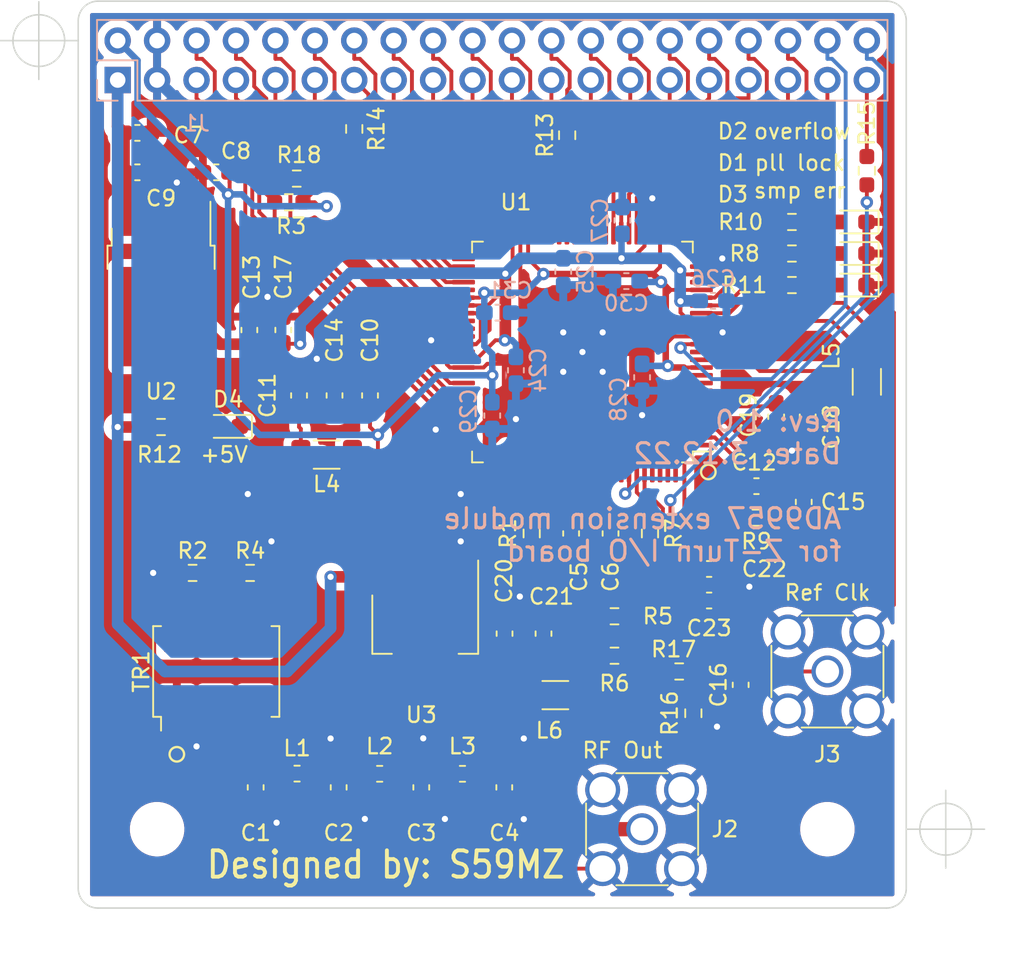
<source format=kicad_pcb>
(kicad_pcb (version 20211014) (generator pcbnew)
  (layers (0 "F.Cu" signal) (31 "B.Cu" signal) (34 "B.Paste" user) (35 "F.Paste" user) (36 "B.SilkS" user "B.Silkscreen") (37 "F.SilkS" user "F.Silkscreen") (38 "B.Mask" user) (39 "F.Mask" user) (44 "Edge.Cuts" user))
  (net 0 "")
  (net 1 "/o1")
  (net 2 "/o2")
  (net 3 "+5V")
  (net 4 "+3.3V")
  (net 5 "GND")
  (net 6 "/o3")
  (net 7 "/o4")
  (net 8 "Net-(C5-Pad1)")
  (net 9 "Net-(C5-Pad2)")
  (net 10 "Net-(C6-Pad2)")
  (net 11 "/avdd_3.3")
  (net 12 "Net-(C12-Pad1)")
  (net 14 "/avdd_1.8")
  (net 15 "+1V8")
  (net 16 "Net-(C15-Pad1)")
  (net 17 "Net-(D1-Pad2)")
  (net 18 "Net-(D2-Pad2)")
  (net 23 "Net-(D3-Pad2)")
  (net 24 "/ref_clk")
  (net 25 "/refclk_out")
  (net 26 "/io_reset")
  (net 27 "/osk")
  (net 28 "/io_update")
  (net 29 "/syn_clk")
  (net 30 "/profile0")
  (net 31 "/profile1")
  (net 32 "/profile2")
  (net 33 "/pdclk")
  (net 34 "/txenablefs")
  (net 35 "/iq_data0")
  (net 36 "/iq_data1")
  (net 37 "/iq_data2")
  (net 38 "/iq_data3")
  (net 39 "/iq_data4")
  (net 40 "/iq_data5")
  (net 41 "/iq_data6")
  (net 42 "/iq_data7")
  (net 43 "/iq_data8")
  (net 44 "/iq_data9")
  (net 45 "/iq_data10")
  (net 46 "/iq_data11")
  (net 47 "/iq_data12")
  (net 48 "/iq_data13")
  (net 49 "/iq_data14")
  (net 50 "/iq_data15")
  (net 51 "/iq_data16")
  (net 52 "/iq_data17")
  (net 53 "/cs*")
  (net 54 "/sclk")
  (net 55 "/sdo")
  (net 56 "/sdio")
  (net 57 "/rt")
  (net 58 "/ext_pwr_dwn")
  (net 59 "/master_reset")
  (net 61 "Net-(R1-Pad1)")
  (net 62 "/avdd_1.8_pll")
  (net 63 "Net-(R7-Pad1)")
  (net 64 "Net-(R8-Pad1)")
  (net 65 "Net-(R10-Pad1)")
  (net 66 "Net-(R11-Pad1)")
  (net 77 "/avdd_1.8_i")
  (net 78 "/out+")
  (net 79 "/out-")
  (net 80 "Net-(D4-Pad2)")
  (net 81 "Net-(R13-Pad1)")
  (net 82 "Net-(R14-Pad2)")
  (net 83 "Net-(R15-Pad1)")
  (net 84 "Net-(C16-Pad1)")
  (net 85 "Net-(C16-Pad2)")
  (footprint "Resistor_SMD:R_0603_1608Metric_Pad0.98x0.95mm_HandSolder" (layer "F.Cu") (at 152.4 59.0315 -90)
    (fp_text reference "R14")
    (fp_text value "47E")
  )
  (footprint "Package_QFP:TQFP-100-1EP_14x14mm_P0.5mm_EP5x5mm" (layer "F.Cu") (at 167.1 73.4 180)
    (fp_text reference "U1")
    (fp_text value "AD9957")
  )
  (footprint "Capacitor_SMD:C_0603_1608Metric_Pad1.08x0.95mm_HandSolder" (layer "F.Cu") (at 162.064 101.4465 90)
    (fp_text reference "C4")
    (fp_text value "3p3")
  )
  (footprint "LED_SMD:LED_0603_1608Metric_Pad1.05x0.95mm_HandSolder" (layer "F.Cu") (at 184.517 67.056 180)
    (fp_text reference "D1")
    (fp_text value "green")
  )
  (footprint "Package_TO_SOT_SMD:SOT-223-3_TabPin2" (layer "F.Cu") (at 156.972 90.932 -90)
    (fp_text reference "U3")
    (fp_text value "AMS1117-1.8")
  )
  (footprint "Capacitor_SMD:C_0603_1608Metric_Pad1.08x0.95mm_HandSolder" (layer "F.Cu") (at 166.37 85.09 90)
    (fp_text reference "C5")
    (fp_text value "100n")
  )
  (footprint "Capacitor_SMD:C_0603_1608Metric_Pad1.08x0.95mm_HandSolder" (layer "F.Cu") (at 143.51 61.825 180)
    (fp_text reference "C8")
    (fp_text value "10u")
  )
  (footprint "Resistor_SMD:R_0603_1608Metric_Pad0.98x0.95mm_HandSolder" (layer "F.Cu") (at 178.308 84.074)
    (fp_text reference "R9")
    (fp_text value "680E")
  )
  (footprint "RF_Mini-Circuits:Mini-Circuits_CD542_H2.84mm" (layer "F.Cu") (at 143.51 93.98 90)
    (fp_text reference "TR1")
    (fp_text value "ADT2-1T")
  )
  (footprint "Resistor_SMD:R_0603_1608Metric_Pad0.98x0.95mm_HandSolder" (layer "F.Cu") (at 139.954 78.232)
    (fp_text reference "R12")
    (fp_text value "1k")
  )
  (footprint "Capacitor_SMD:C_0603_1608Metric_Pad1.08x0.95mm_HandSolder" (layer "F.Cu") (at 175.26 87.376)
    (fp_text reference "C22")
    (fp_text value "10u")
  )
  (footprint "Capacitor_SMD:C_0603_1608Metric_Pad1.08x0.95mm_HandSolder" (layer "F.Cu") (at 181.356 83.058 90)
    (fp_text reference "C15")
    (fp_text value "470p")
  )
  (footprint "Resistor_SMD:R_0603_1608Metric_Pad0.98x0.95mm_HandSolder" (layer "F.Cu") (at 141.986 87.63)
    (fp_text reference "R2")
    (fp_text value "49.9E")
  )
  (footprint "Resistor_SMD:R_0603_1608Metric_Pad0.98x0.95mm_HandSolder" (layer "F.Cu") (at 169.164 92.964 180)
    (fp_text reference "R6")
    (fp_text value "1k")
  )
  (footprint "Capacitor_SMD:C_0603_1608Metric_Pad1.08x0.95mm_HandSolder" (layer "F.Cu") (at 148.844 76.2 90)
    (fp_text reference "C11")
    (fp_text value "10u")
  )
  (footprint "Capacitor_SMD:C_0603_1608Metric_Pad1.08x0.95mm_HandSolder" (layer "F.Cu") (at 138.43 61.825)
    (fp_text reference "C9")
    (fp_text value "100n")
  )
  (footprint "Inductor_SMD:L_0603_1608Metric_Pad1.05x0.95mm_HandSolder" (layer "F.Cu") (at 148.7155 100.559)
    (fp_text reference "L1")
    (fp_text value "24n")
  )
  (footprint "Capacitor_SMD:C_0603_1608Metric_Pad1.08x0.95mm_HandSolder" (layer "F.Cu") (at 181.61 77.5705 -90)
    (fp_text reference "C18")
    (fp_text value "10u")
  )
  (footprint "Resistor_SMD:R_0603_1608Metric_Pad0.98x0.95mm_HandSolder" (layer "F.Cu") (at 148.1855 63.754 180)
    (fp_text reference "R3")
    (fp_text value "10k")
  )
  (footprint "LED_SMD:LED_0603_1608Metric_Pad1.05x0.95mm_HandSolder" (layer "F.Cu") (at 184.517 69.088 180)
    (fp_text reference "D3")
    (fp_text value "red")
  )
  (footprint "Resistor_SMD:R_0603_1608Metric_Pad0.98x0.95mm_HandSolder" (layer "F.Cu") (at 180.594 65.024)
    (fp_text reference "R10")
    (fp_text value "1k")
  )
  (footprint "Inductor_SMD:L_0603_1608Metric_Pad1.05x0.95mm_HandSolder" (layer "F.Cu") (at 154.037 100.5715)
    (fp_text reference "L2")
    (fp_text value "30n")
  )
  (footprint "Resistor_SMD:R_0603_1608Metric_Pad0.98x0.95mm_HandSolder" (layer "F.Cu") (at 180.594 69.088)
    (fp_text reference "R11")
    (fp_text value "1k")
  )
  (footprint "Capacitor_SMD:C_0603_1608Metric_Pad1.08x0.95mm_HandSolder" (layer "F.Cu") (at 177.292 94.8425 90)
    (fp_text reference "C16")
    (fp_text value "100n")
  )
  (footprint "LED_SMD:LED_0603_1608Metric_Pad1.05x0.95mm_HandSolder" (layer "F.Cu") (at 184.517 65.024 180)
    (fp_text reference "D2")
    (fp_text value "red")
  )
  (footprint "Connector_Coaxial:SMA_Amphenol_132291_Vertical" (layer "F.Cu") (at 182.88 93.98 90)
    (fp_text reference "J3")
    (fp_text value "Ref Clk")
  )
  (footprint "MountingHole:MountingHole_2.5mm" (layer "F.Cu") (at 182.88 104.14)
    (fp_text reference "H2" hide)
    (fp_text value "2.5mm")
  )
  (footprint "Capacitor_SMD:C_0603_1608Metric_Pad1.08x0.95mm_HandSolder" (layer "F.Cu") (at 153.416 76.2 90)
    (fp_text reference "C10")
    (fp_text value "100n")
  )
  (footprint "MountingHole:MountingHole_2.5mm" (layer "F.Cu") (at 139.7 104.14)
    (fp_text reference "H1" hide)
    (fp_text value "2.5mm")
  )
  (footprint "Resistor_SMD:R_0603_1608Metric_Pad0.98x0.95mm_HandSolder" (layer "F.Cu") (at 171.45 85.09 -90)
    (fp_text reference "R7")
    (fp_text value "1k")
  )
  (footprint "Capacitor_SMD:C_0603_1608Metric_Pad1.08x0.95mm_HandSolder" (layer "F.Cu") (at 138.43 59.285)
    (fp_text reference "C7")
    (fp_text value "10u")
  )
  (footprint "Inductor_SMD:L_1206_3216Metric_Pad1.22x1.90mm_HandSolder" (layer "F.Cu") (at 185.42 75.3225 -90)
    (fp_text reference "L5")
    (fp_text value "1u")
  )
  (footprint "Capacitor_SMD:C_0603_1608Metric_Pad1.08x0.95mm_HandSolder" (layer "F.Cu") (at 147.828 71.9825 90)
    (fp_text reference "C17")
    (fp_text value "100n")
  )
  (footprint "Capacitor_SMD:C_0603_1608Metric_Pad1.08x0.95mm_HandSolder" (layer "F.Cu") (at 164.592 91.542 90)
    (fp_text reference "C21")
    (fp_text value "100n")
  )
  (footprint "Capacitor_SMD:C_0603_1608Metric_Pad1.08x0.95mm_HandSolder" (layer "F.Cu") (at 146.05 101.4465 90)
    (fp_text reference "C1")
    (fp_text value "3p3")
  )
  (footprint "Resistor_SMD:R_0603_1608Metric_Pad0.98x0.95mm_HandSolder" (layer "F.Cu") (at 148.6935 62.23 180)
    (fp_text reference "R18")
    (fp_text value "10k")
  )
  (footprint "Resistor_SMD:R_0603_1608Metric_Pad0.98x0.95mm_HandSolder" (layer "F.Cu") (at 169.164 90.424 180)
    (fp_text reference "R5")
    (fp_text value "1k")
  )
  (footprint "Connector_Coaxial:SMA_Amphenol_132291_Vertical" (layer "F.Cu") (at 170.942 104.14 180)
    (fp_text reference "J2")
    (fp_text value "RF Out")
  )
  (footprint "Resistor_SMD:R_0603_1608Metric_Pad0.98x0.95mm_HandSolder" (layer "F.Cu") (at 180.594 67.056)
    (fp_text reference "R8")
    (fp_text value "1k")
  )
  (footprint "Resistor_SMD:R_0603_1608Metric_Pad0.98x0.95mm_HandSolder" (layer "F.Cu") (at 173.3315 93.98)
    (fp_text reference "R17")
    (fp_text value "1k")
  )
  (footprint "Inductor_SMD:L_1206_3216Metric_Pad1.22x1.90mm_HandSolder" (layer "F.Cu") (at 165.354 95.504)
    (fp_text reference "L6")
    (fp_text value "1u")
  )
  (footprint "Capacitor_SMD:C_0603_1608Metric_Pad1.08x0.95mm_HandSolder" (layer "F.Cu") (at 162.082 91.542 90)
    (fp_text reference "C20")
    (fp_text value "10u")
  )
  (footprint "Capacitor_SMD:C_0603_1608Metric_Pad1.08x0.95mm_HandSolder" (layer "F.Cu") (at 178.308 82.042)
    (fp_text reference "C12")
    (fp_text value "100p")
  )
  (footprint "Capacitor_SMD:C_0603_1608Metric_Pad1.08x0.95mm_HandSolder" (layer "F.Cu") (at 145.6425 71.985 90)
    (fp_text reference "C13")
    (fp_text value "10u")
  )
  (footprint "Capacitor_SMD:C_0603_1608Metric_Pad1.08x0.95mm_HandSolder" (layer "F.Cu") (at 168.91 85.09 90)
    (fp_text reference "C6")
    (fp_text value "100n")
  )
  (footprint "Package_TO_SOT_SMD:TO-252-2" (layer "F.Cu") (at 139.955 69.02 -90)
    (fp_text reference "U2")
    (fp_text value "AMS1117-1.8")
  )
  (footprint "Inductor_SMD:L_1206_3216Metric_Pad1.22x1.90mm_HandSolder" (layer "F.Cu") (at 150.622 80.01 180)
    (fp_text reference "L4")
    (fp_text value "1u")
  )
  (footprint "Inductor_SMD:L_0603_1608Metric_Pad1.05x0.95mm_HandSolder" (layer "F.Cu") (at 159.371 100.5715)
    (fp_text reference "L3")
    (fp_text value "24n")
  )
  (footprint "Resistor_SMD:R_0603_1608Metric_Pad0.98x0.95mm_HandSolder" (layer "F.Cu") (at 163.83 85.09 -90)
    (fp_text reference "R1")
    (fp_text value "10k")
  )
  (footprint "Capacitor_SMD:C_0603_1608Metric_Pad1.08x0.95mm_HandSolder" (layer "F.Cu") (at 179.578 77.5705 -90)
    (fp_text reference "C19")
    (fp_text value "100n")
  )
  (footprint "LED_SMD:LED_0603_1608Metric_Pad1.05x0.95mm_HandSolder" (layer "F.Cu") (at 144.1485 78.192 180)
    (fp_text reference "D4")
    (fp_text value "green")
  )
  (footprint "Capacitor_SMD:C_0603_1608Metric_Pad1.08x0.95mm_HandSolder" (layer "F.Cu") (at 151.3965 101.4465 90)
    (fp_text reference "C2")
    (fp_text value "6p4")
  )
  (footprint "Resistor_SMD:R_0603_1608Metric_Pad0.98x0.95mm_HandSolder" (layer "F.Cu") (at 174.244 96.6705 -90)
    (fp_text reference "R16")
    (fp_text value "49.9E")
  )
  (footprint "Capacitor_SMD:C_0603_1608Metric_Pad1.08x0.95mm_HandSolder" (layer "F.Cu") (at 151.13 76.2 90)
    (fp_text reference "C14")
    (fp_text value "100n")
  )
  (footprint "Resistor_SMD:R_0603_1608Metric_Pad0.98x0.95mm_HandSolder" (layer "F.Cu") (at 166.116 59.436 90)
    (fp_text reference "R13")
    (fp_text value "47E")
  )
  (footprint "Capacitor_SMD:C_0603_1608Metric_Pad1.08x0.95mm_HandSolder" (layer "F.Cu") (at 156.718 101.4465 90)
    (fp_text reference "C3")
    (fp_text value "6p4")
  )
  (footprint "Resistor_SMD:R_0603_1608Metric_Pad0.98x0.95mm_HandSolder" (layer "F.Cu") (at 185.42 61.722 90)
    (fp_text reference "R15")
    (fp_text value "47E")
  )
  (footprint "Capacitor_SMD:C_0603_1608Metric_Pad1.08x0.95mm_HandSolder" (layer "F.Cu") (at 175.26 89.408)
    (fp_text reference "C23")
    (fp_text value "100n")
  )
  (footprint "Resistor_SMD:R_0603_1608Metric_Pad0.98x0.95mm_HandSolder" (layer "F.Cu") (at 145.6925 87.63)
    (fp_text reference "R4")
    (fp_text value "49.9E")
  )
  (footprint "Connector_PinSocket_2.54mm:PinSocket_2x20_P2.54mm_Vertical" (layer "B.Cu") (at 137.16 55.88 -90)
    (fp_text reference "J1")
    (fp_text value "Conn_02x20_Odd_Even")
  )
  (footprint "Capacitor_SMD:C_0603_1608Metric_Pad1.08x0.95mm_HandSolder" (layer "B.Cu") (at 175.514 70.104 180)
    (fp_text reference "C26")
    (fp_text value "100n")
  )
  (footprint "Capacitor_SMD:C_0603_1608Metric_Pad1.08x0.95mm_HandSolder" (layer "B.Cu") (at 161.29 77.4965 90)
    (fp_text reference "C29")
    (fp_text value "100n")
  )
  (footprint "Capacitor_SMD:C_0603_1608Metric_Pad1.08x0.95mm_HandSolder" (layer "B.Cu") (at 162.814 74.5755 90)
    (fp_text reference "C24")
    (fp_text value "100n")
  )
  (footprint "Capacitor_SMD:C_0603_1608Metric_Pad1.08x0.95mm_HandSolder" (layer "B.Cu") (at 170.942 75.0305 90)
    (fp_text reference "C28")
    (fp_text value "100n")
  )
  (footprint "Capacitor_SMD:C_0603_1608Metric_Pad1.08x0.95mm_HandSolder" (layer "B.Cu") (at 169.672 64.9235 -90)
    (fp_text reference "C27")
    (fp_text value "100n")
  )
  (footprint "Capacitor_SMD:C_0603_1608Metric_Pad1.08x0.95mm_HandSolder" (layer "B.Cu") (at 161.6445 70.866 180)
    (fp_text reference "C31")
    (fp_text value "100n")
  )
  (footprint "Capacitor_SMD:C_0603_1608Metric_Pad1.08x0.95mm_HandSolder" (layer "B.Cu") (at 169.926 68.834)
    (fp_text reference "C30")
    (fp_text value "100n")
  )
  (footprint "Capacitor_SMD:C_0603_1608Metric_Pad1.08x0.95mm_HandSolder" (layer "B.Cu") (at 165.862 68.2255 90)
    (fp_text reference "C25")
    (fp_text value "100n")
  )
  (gr_circle (center 140.97 99.314) (end 141.2748 99.6696) (layer "F.SilkS") (width 0.15) (fill none))
  (gr_circle (center 175.2092 81.1276) (end 175.514 81.4832) (layer "F.SilkS") (width 0.15) (fill none))
  (gr_arc (start 135.89 109.22) (mid 134.991974 108.848026) (end 134.62 107.95) (layer "Edge.Cuts") (width 0.1))
  (gr_line (start 134.62 52.07) (end 134.62 107.95) (layer "Edge.Cuts") (width 0.1))
  (gr_arc (start 186.69 50.8) (mid 187.588026 51.171974) (end 187.96 52.07) (layer "Edge.Cuts") (width 0.1))
  (gr_line (start 186.69 50.8) (end 135.89 50.8) (layer "Edge.Cuts") (width 0.1))
  (gr_line (start 187.96 107.95) (end 187.96 52.07) (layer "Edge.Cuts") (width 0.1))
  (gr_line (start 135.89 109.22) (end 186.69 109.22) (layer "Edge.Cuts") (width 0.1))
  (gr_arc (start 187.96 107.95) (mid 187.588026 108.848026) (end 186.69 109.22) (layer "Edge.Cuts") (width 0.1))
  (gr_arc (start 134.62 52.07) (mid 134.991974 51.171974) (end 135.89 50.8) (layer "Edge.Cuts") (width 0.1))
  (gr_text "Rev: 1.0\nDate: 3.12.22\n\nAD9957 extension module\nfor Z-Turn I/O board" (at 183.896 82.042) (layer "B.SilkS") (effects (font (size 1.3 1.3) (thickness 0.2)) (justify left mirror)))
  (gr_text "pll lock" (at 181.102 61.214) (layer "F.SilkS") (effects (font (size 1 1))))
  (gr_text "smp err" (at 181.102 62.992) (layer "F.SilkS") (effects (font (size 1 1))))
  (gr_text "overflow" (at 178.054 59.182) (layer "F.SilkS") (effects (font (size 1 1)) (justify left)))
  (gr_text "RF Out" (at 169.672 99.06) (layer "F.SilkS") (effects (font (size 1 1))))
  (gr_text "+5V" (at 144.018 80.01) (layer "F.SilkS") (effects (font (size 1 1))))
  (gr_text "Designed by: S59MZ" (at 154.432 106.426) (layer "F.SilkS") (effects (font (size 1.7 1.5) (thickness 0.25))))
  (gr_text "Ref Clk" (at 182.88 88.9) (layer "F.SilkS") (effects (font (size 1 1))))
  (target plus (at 132.08 53.34) (size 5) (width 0.1) (layer "Edge.Cuts"))
  (target plus (at 190.5 104.14) (size 5) (width 0.1) (layer "Edge.Cuts"))
  (segment (start 147.8155 100.584) (end 147.8405 100.559) (width 0.92) (layer "F.Cu") (net 1))
  (segment (start 146.05 96.52) (end 146.05 100.584) (width 0.92) (layer "F.Cu") (net 1))
  (segment (start 146.05 100.584) (end 147.8155 100.584) (width 0.92) (layer "F.Cu") (net 1))
  (segment (start 153.1495 100.584) (end 153.162 100.5715) (width 0.92) (layer "F.Cu") (net 2))
  (segment (start 151.3965 100.584) (end 153.1495 100.584) (width 0.92) (layer "F.Cu") (net 2))
  (segment (start 149.5905 100.559) (end 151.3715 100.559) (width 0.92) (layer "F.Cu") (net 2))
  (segment (start 154.57 87.884) (end 154.672 87.782) (width 0.75) (layer "F.Cu") (net 3))
  (segment (start 137.675 61.9325) (end 137.675 64.82) (width 0.75) (layer "F.Cu") (net 3))
  (segment (start 137.568 59.285) (end 137.568 61.825) (width 0.75) (layer "F.Cu") (net 3))
  (segment (start 137.5677 59.2848) (end 137.568 59.285) (width 0.75) (layer "F.Cu") (net 3))
  (segment (start 150.876 87.884) (end 154.57 87.884) (width 0.75) (layer "F.Cu") (net 3))
  (segment (start 137.568 61.825) (end 137.675 61.9325) (width 0.75) (layer "F.Cu") (net 3))
  (segment (start 137.16 55.88) (end 137.16 58.8775) (width 0.75) (layer "F.Cu") (net 3))
  (segment (start 137.5675 59.285) (end 137.5677 59.2848) (width 0.75) (layer "F.Cu") (net 3))
  (segment (start 137.5675 61.825) (end 137.568 61.825) (width 0.75) (layer "F.Cu") (net 3))
  (segment (start 137.16 58.8775) (end 137.5677 59.2848) (width 0.75) (layer "F.Cu") (net 3))
  (segment (start 139.0415 78.232) (end 137.16 78.232) (width 0.75) (layer "F.Cu") (net 3))
  (via (at 137.16 78.232) (size 0.8) (drill 0.4) (layers "F.Cu" "B.Cu") (net 3))
  (via (at 150.876 87.884) (size 0.8) (drill 0.4) (layers "F.Cu" "B.Cu") (net 3))
  (segment (start 137.16 55.88) (end 137.16 78.232) (width 0.75) (layer "B.Cu") (net 3))
  (segment (start 137.16 90.932) (end 140.208 93.98) (width 0.75) (layer "B.Cu") (net 3))
  (segment (start 140.208 93.98) (end 148.082 93.98) (width 0.75) (layer "B.Cu") (net 3))
  (segment (start 150.876 91.186) (end 150.876 87.884) (width 0.75) (layer "B.Cu") (net 3))
  (segment (start 148.082 93.98) (end 150.876 91.186) (width 0.75) (layer "B.Cu") (net 3))
  (segment (start 137.16 78.232) (end 137.16 90.932) (width 0.75) (layer "B.Cu") (net 3))
  (segment (start 172.1 65.7375) (end 172.1 67.9243) (width 0.25) (layer "F.Cu") (net 4))
  (segment (start 153.924 79.756) (end 153.924 78.74) (width 0.25) (layer "F.Cu") (net 4))
  (segment (start 153.416 78.232) (end 153.924 78.74) (width 0.25) (layer "F.Cu") (net 4))
  (segment (start 174.7625 72.4) (end 172.964 72.4) (width 0.25) (layer "F.Cu") (net 4))
  (segment (start 172.466 69.1951) (end 172.41245 69.14155) (width 0.42) (layer "F.Cu") (net 4))
  (segment (start 149.606 63.246) (end 149.098 63.754) (width 0.25) (layer "F.Cu") (net 4))
  (segment (start 159.438 74.9) (end 159.4375 74.9) (width 0.25) (layer "F.Cu") (net 4))
  (segment (start 144.372 62.4852) (end 144.372 63.1455) (width 0.25) (layer "F.Cu") (net 4))
  (segment (start 163.6 65.7375) (end 163.6 67.3915) (width 0.25) (layer "F.Cu") (net 4))
  (segment (start 172.41245 69.14155) (end 172.6709 69.4) (width 0.42) (layer "F.Cu") (net 4))
  (segment (start 172.466 69.6049) (end 172.466 69.1951) (width 0.42) (layer "F.Cu") (net 4))
  (segment (start 144.372 61.825) (end 144.372 62.4852) (width 0.25) (layer "F.Cu") (net 4))
  (segment (start 173.6343 74.4) (end 174.7625 74.4) (width 0.25) (layer "F.Cu") (net 4))
  (segment (start 172.466 72.898) (end 172.466 74.168) (width 0.42) (layer "F.Cu") (net 4))
  (segment (start 153.67 80.01) (end 153.924 79.756) (width 0.25) (layer "F.Cu") (net 4))
  (segment (start 149.606 62.23) (end 149.606 63.246) (width 0.25) (layer "F.Cu") (net 4))
  (segment (start 172.1 67.9243) (end 171.6476 68.3767) (width 0.25) (layer "F.Cu") (net 4))
  (segment (start 172.698 74.4) (end 173.6343 74.4) (width 0.42) (layer "F.Cu") (net 4))
  (segment (start 153.416 77.0625) (end 153.416 78.232) (width 0.25) (layer "F.Cu") (net 4))
  (segment (start 171.6476 68.3767) (end 172.15845 68.88755) (width 0.42) (layer "F.Cu") (net 4))
  (segment (start 150.114 64.008) (end 149.86 63.754) (width 0.25) (layer "F.Cu") (net 4))
  (segment (start 172.15845 68.88755) (end 172.41245 69.14155) (width 0.42) (layer "F.Cu") (net 4))
  (segment (start 152.2845 80.01) (end 153.67 80.01) (width 0.25) (layer "F.Cu") (net 4))
  (segment (start 144.372 63.1455) (end 144.272 63.246) (width 0.25) (layer "F.Cu") (net 4))
  (segment (start 172.593 74.295) (end 172.698 74.4) (width 0.42) (layer "F.Cu") (net 4))
  (segment (start 172.6709 69.4) (end 172.466 69.6049) (width 0.42) (layer "F.Cu") (net 4))
  (segment (start 144.372 62.4852) (end 144.3725 62.4847) (width 0.25) (layer "F.Cu") (net 4))
  (segment (start 150.622 64.008) (end 150.114 64.008) (width 0.25) (layer "F.Cu") (net 4))
  (segment (start 172.466 69.6049) (end 172.466 72.898) (width 0.42) (layer "F.Cu") (net 4))
  (segment (start 163.6 67.3915) (end 164.5852 68.3767) (width 0.25) (layer "F.Cu") (net 4))
  (segment (start 160.4624 69.9) (end 160.7783 69.5841) (width 0.25) (layer "F.Cu") (net 4))
  (segment (start 159.4375 69.9) (end 160.4624 69.9) (width 0.25) (layer "F.Cu") (net 4))
  (segment (start 172.466 74.168) (end 172.593 74.295) (width 0.42) (layer "F.Cu") (net 4))
  (segment (start 172.964 72.4) (end 172.466 72.898) (width 0.25) (layer "F.Cu") (net 4))
  (segment (start 159.438 74.9) (end 161.29 74.9) (width 0.25) (layer "F.Cu") (net 4))
  (segment (start 174.7625 69.4) (end 172.6709 69.4) (width 0.25) (layer "F.Cu") (net 4))
  (segment (start 144.3725 62.4847) (end 144.3725 61.825) (width 0.25) (layer "F.Cu") (net 4))
  (segment (start 164.5852 68.3767) (end 171.6476 68.3767) (width 0.42) (layer "F.Cu") (net 4))
  (segment (start 149.86 63.754) (end 149.098 63.754) (width 0.25) (layer "F.Cu") (net 4))
  (via (at 172.593 74.295) (size 0.8) (drill 0.4) (layers "F.Cu" "B.Cu") (net 4))
  (via (at 160.7783 69.5841) (size 0.8) (drill 0.4) (layers "F.Cu" "B.Cu") (net 4))
  (via (at 161.29 74.9) (size 0.8) (drill 0.4) (layers "F.Cu" "B.Cu") (net 4))
  (via (at 172.15845 68.88755) (size 0.8) (drill 0.4) (layers "F.Cu" "B.Cu") (net 4))
  (via (at 153.924 78.74) (size 0.8) (drill 0.4) (layers "F.Cu" "B.Cu") (net 4))
  (via (at 150.622 64.008) (size 0.8) (drill 0.4) (layers "F.Cu" "B.Cu") (net 4))
  (via (at 144.272 63.246) (size 0.8) (drill 0.4) (layers "F.Cu" "B.Cu") (net 4))
  (via (at 164.5852 68.3767) (size 0.8) (drill 0.4) (layers "F.Cu" "B.Cu") (net 4))
  (segment (start 163.3778 69.5841) (end 164.5852 68.3767) (width 0.42) (layer "B.Cu") (net 4))
  (segment (start 160.782 70.866) (end 160.782 73.025) (width 0.42) (layer "B.Cu") (net 4))
  (segment (start 157.764 74.9) (end 161.29 74.9) (width 0.42) (layer "B.Cu") (net 4))
  (segment (start 160.7783 70.8623) (end 160.782 70.866) (width 0.42) (layer "B.Cu") (net 4))
  (segment (start 137.16 53.34) (end 138.44 54.62) (width 0.42) (layer "B.Cu") (net 4))
  (segment (start 160.7783 69.5841) (end 163.3778 69.5841) (width 0.42) (layer "B.Cu") (net 4))
  (segment (start 172.15845 68.88755) (end 170.84205 68.88755) (width 0.42) (layer "B.Cu") (net 4))
  (segment (start 161.29 73.533) (end 161.29 74.9) (width 0.42) (layer "B.Cu") (net 4))
  (segment (start 138.44 57.414) (end 144.272 63.246) (width 0.42) (layer "B.Cu") (net 4))
  (segment (start 153.924 78.74) (end 157.764 74.9) (width 0.42) (layer "B.Cu") (net 4))
  (segment (start 144.272 63.246) (end 145.161 63.246) (width 0.42) (layer "B.Cu") (net 4))
  (segment (start 145.923 64.008) (end 150.622 64.008) (width 0.42) (layer "B.Cu") (net 4))
  (segment (start 153.924 78.74) (end 146.304 78.74) (width 0.42) (layer "B.Cu") (net 4))
  (segment (start 160.782 73.025) (end 161.29 73.533) (width 0.42) (layer "B.Cu") (net 4))
  (segment (start 145.161 63.246) (end 145.923 64.008) (width 0.42) (layer "B.Cu") (net 4))
  (segment (start 146.304 78.74) (end 144.272 76.708) (width 0.42) (layer "B.Cu") (net 4))
  (segment (start 160.7783 69.5841) (end 160.7783 70.8623) (width 0.42) (layer "B.Cu") (net 4))
  (segment (start 161.29 76.3535) (end 161.036 76.6075) (width 0.42) (layer "B.Cu") (net 4))
  (segment (start 161.29 74.9) (end 161.29 76.3535) (width 0.42) (layer "B.Cu") (net 4))
  (segment (start 171.0425 74.295) (end 172.593 74.295) (width 0.42) (layer "B.Cu") (net 4))
  (segment (start 170.84205 68.88755) (end 170.7885 68.834) (width 0.42) (layer "B.Cu") (net 4))
  (segment (start 138.44 54.62) (end 138.44 57.414) (width 0.42) (layer "B.Cu") (net 4))
  (segment (start 144.272 76.708) (end 144.272 63.246) (width 0.42) (layer "B.Cu") (net 4))
  (segment (start 175.768 97.536) (end 176.784 98.552) (width 0.25) (layer "F.Cu") (net 5))
  (segment (start 162.306 84.418505) (end 164.1 82.624505) (width 0.25) (layer "F.Cu") (net 5))
  (segment (start 166.9986 79.883) (end 165.9527 79.883) (width 0.25) (layer "F.Cu") (net 5))
  (segment (start 142.6475 61.825) (end 142.648 61.825) (width 0.25) (layer "F.Cu") (net 5))
  (segment (start 144.068 64.82) (end 145.796 66.548) (width 0.25) (layer "F.Cu") (net 5))
  (segment (start 167.64 79.375) (end 170.688 79.375) (width 0.25) (layer "F.Cu") (net 5))
  (segment (start 176.1266 72.1362) (end 176.1266 72.9507) (width 0.25) (layer "F.Cu") (net 5))
  (segment (start 159.4375 73.4) (end 159.4375 72.9) (width 0.25) (layer "F.Cu") (net 5))
  (segment (start 163.83 86.0025) (end 162.6635 86.0025) (width 0.25) (layer "F.Cu") (net 5))
  (segment (start 165.608 90.678) (end 164.5935 90.678) (width 0.25) (layer "F.Cu") (net 5))
  (segment (start 163.1 73.4) (end 164.2747 73.4) (width 0.25) (layer "F.Cu") (net 5))
  (segment (start 154.5855 75.3375) (end 157.648 78.4) (width 0.25) (layer "F.Cu") (net 5))
  (segment (start 157.353 72.644) (end 158.125 73.416) (width 0.75) (layer "F.Cu") (net 5))
  (segment (start 175.8323 72.1362) (end 176.1266 72.1362) (width 0.25) (layer "F.Cu") (net 5))
  (segment (start 139.2925 59.285) (end 139.292 59.285) (width 0.25) (layer "F.Cu") (net 5))
  (segment (start 162.3391 74.1609) (end 162.0336 74.1609) (width 0.25) (layer "F.Cu") (net 5))
  (segment (start 162.064 105.168) (end 163.576 106.68) (width 0.25) (layer "F.Cu") (net 5))
  (segment (start 158.5645 74.4) (end 159.4375 74.4) (width 0.25) (layer "F.Cu") (net 5))
  (segment (start 167.1 81.0625) (end 167.1 79.9844) (width 0.25) (layer "F.Cu") (net 5))
  (segment (start 176.1072 68.4152) (end 175.6224 68.9) (width 0.25) (layer "F.Cu") (net 5))
  (segment (start 158.367 74.2025) (end 158.5645 74.4) (width 0.25) (layer "F.Cu") (net 5))
  (segment (start 145.6425 71.1225) (end 147.828 71.1225) (width 0.25) (layer "F.Cu") (net 5))
  (segment (start 164.8592 83.1483) (end 165.6 82.4075) (width 0.25) (layer "F.Cu") (net 5))
  (segment (start 178.308 98.552) (end 180.34 96.52) (width 0.25) (layer "F.Cu") (net 5))
  (segment (start 164.5935 90.678) (end 164.592 90.6795) (width 0.25) (layer "F.Cu") (net 5))
  (segment (start 139.292 59.285) (end 139.292 61.825) (width 0.25) (layer "F.Cu") (net 5))
  (segment (start 173.4445 77.9) (end 171.1 80.2445) (width 0.25) (layer "F.Cu") (net 5))
  (segment (start 167.1 73.4) (end 164.2747 73.4) (width 0.25) (layer "F.Cu") (net 5))
  (segment (start 164.1 82.624505) (end 164.1 81.0625) (width 0.25) (layer "F.Cu") (net 5))
  (segment (start 145.0235 78.192) (end 145.024 78.192) (width 0.25) (layer "F.Cu") (net 5))
  (segment (start 145.997 102.362) (end 146.05 102.309) (width 0.25) (layer "F.Cu") (net 5))
  (segment (start 159.4375 72.9) (end 160.2441 72.9) (width 0.25) (layer "F.Cu") (net 5))
  (segment (start 174.7625 77.9) (end 174.7625 77.4) (width 0.25) (layer "F.Cu") (net 5))
  (segment (start 145.8965 75.3375) (end 145.0235 76.2105) (width 0.25) (layer "F.Cu") (net 5))
  (segment (start 151.3965 102.309) (end 156.718 102.309) (width 0.25) (layer "F.Cu") (net 5))
  (segment (start 167.572 76.6973) (end 167.1 76.2253) (width 0.25) (layer "F.Cu") (net 5))
  (segment (start 167.572 79.375) (end 167.572 76.6973) (width 0.25) (layer "F.Cu") (net 5))
  (segment (start 162.082 90.6795) (end 162.082 89.124) (width 0.25) (layer "F.Cu") (net 5))
  (segment (start 171.6 65.7375) (end 171.6 63.5) (width 0.25) (layer "F.Cu") (net 5))
  (segment (start 158.125 73.416) (end 158.125 73.6578) (width 0.75) (layer "F.Cu") (net 5))
  (segment (start 153.416 75.3375) (end 154.5855 75.3375) (width 0.25) (layer "F.Cu") (net 5))
  (segment (start 148.844 75.3375) (end 145.8965 75.3375) (width 0.25) (layer "F.Cu") (net 5))
  (segment (start 139.292 58.0655) (end 139.292 59.285) (width 0.25) (layer "F.Cu") (net 5))
  (segment (start 145.024 78.192) (end 145.024 80.2745) (width 0.25) (layer "F.Cu") (net 5))
  (segment (start 165.9527 79.883) (end 165.6 80.2357) (width 0.25) (layer "F.Cu") (net 5))
  (segment (start 164.8592 85.5848) (end 164.8592 83.1483) (width 0.25) (layer "F.Cu") (net 5))
  (segment (start 160.2423 70.9) (end 159.4375 70.9) (width 0.25) (layer "F.Cu") (net 5))
  (segment (start 167.005 92.964) (end 166.116 92.075) (width 0.25) (layer "F.Cu") (net 5))
  (segment (start 170.688 79.375) (end 171.323 80.01) (width 0.25) (layer "F.Cu") (net 5))
  (segment (start 146.05 102.309) (end 151.3965 102.309) (width 0.25) (layer "F.Cu") (net 5))
  (segment (start 178.308 89.408) (end 176.1225 89.408) (width 0.25) (layer "F.Cu") (net 5))
  (segment (start 175.6224 68.9) (end 174.7625 68.9) (width 0.25) (layer "F.Cu") (net 5))
  (segment (start 179.578 78.433) (end 177.493 78.433) (width 0.25) (layer "F.Cu") (net 5))
  (segment (start 162.0336 76.6179) (end 162.0336 74.1609) (width 0.25) (layer "F.Cu") (net 5))
  (segment (start 145.796 70.969) (end 145.642 71.1225) (width 0.25) (layer "F.Cu") (net 5))
  (segment (start 171.4 85.9525) (end 171.45 86.0025) (width 0.25) (layer "F.Cu") (net 5))
  (segment (start 159.272 87.782) (end 160.884 87.782) (width 0.25) (layer "F.Cu") (net 5))
  (segment (start 139.292 61.825) (end 139.2925 61.825) (width 0.25) (layer "F.Cu") (net 5))
  (segment (start 140.97 100.076) (end 143.256 102.362) (width 0.25) (layer "F.Cu") (net 5))
  (segment (start 156.718 102.309) (end 162.064 102.309) (width 0.25) (layer "F.Cu") (net 5))
  (segment (start 171.1 81.0625) (end 171.1 82.3067) (width 0.25) (layer "F.Cu") (net 5))
  (segment (start 172.2826 83.4893) (end 172.2826 85.0699) (width 0.25) (layer "F.Cu") (net 5))
  (segment (start 162.6 81.0625) (end 162.1 81.0625) (width 0.25) (layer "F.Cu") (net 5))
  (segment (start 142.648 62.8385) (end 142.235 63.251) (width 0.25) (layer "F.Cu") (net 5))
  (segment (start 143.256 102.362) (end 145.997 102.362) (width 0.25) (layer "F.Cu") (net 5))
  (segment (start 164.1 80.2291) (end 164.1 81.0625) (width 0.25) (layer "F.Cu") (net 5))
  (segment (start 171.1 80.2445) (end 171.1 81.0625) (width 0.25) (layer "F.Cu") (net 5))
  (segment (start 167.1 76.2253) (end 167.1 73.4) (width 0.25) (layer "F.Cu") (net 5))
  (segment (start 172.2826 85.0699) (end 171.4 85.9525) (width 0.25) (layer "F.Cu") (net 5))
  (segment (start 167.1 79.915) (end 167.5026 79.5124) (width 0.25) (layer "F.Cu") (net 5))
  (segment (start 162.8483 79.9951) (end 163.866 79.9951) (width 0.25) (layer "F.Cu") (net 5))
  (segment (start 157.648 78.4) (end 159.4375 78.4) (width 0.25) (layer "F.Cu") (net 5))
  (segment (start 159.4375 73.4) (end 158.6248 73.4) (width 0.25) (layer "F.Cu") (net 5))
  (segment (start 147.828 71.12) (end 147.828 71.1225) (width 0.25) (layer "F.Cu") (net 5))
  (segment (start 176.784 98.552) (end 178.308 98.552) (width 0.25) (layer "F.Cu") (net 5))
  (segment (start 166.116 92.075) (end 166.116 91.186) (width 0.25) (layer "F.Cu") (net 5))
  (segment (start 159.4375 78.4) (end 160.2515 78.4) (width 0.25) (layer "F.Cu") (net 5))
  (segment (start 185.392 65.024) (end 185.392 67.056) (width 0.25) (layer "F.Cu") (net 5))
  (segment (start 162.4565 86.0025) (end 162.306 85.852) (width 0.25) (layer "F.Cu") (net 5))
  (segment (start 187.163 89.697) (end 187.163 70.859) (width 0.25) (layer "F.Cu") (net 5))
  (segment (start 158.367 73.6578) (end 158.367 74.2025) (width 0.25) (layer "F.Cu") (net 5))
  (segment (start 164.4415 86.0025) (end 164.8592 85.5848) (width 0.25) (layer "F.Cu") (net 5))
  (segment (start 142.235 63.251) (end 142.235 64.82) (width 0.25) (layer "F.Cu") (net 5))
  (segment (start 158.6248 73.4) (end 158.367 73.6578) (width 0.25) (layer "F.Cu") (net 5))
  (segment (start 139.7 53.34) (end 139.7 55.88) (width 0.42) (layer "F.Cu") (net 5))
  (segment (start 163.866 79.9951) (end 164.1 80.2291) (width 0.25) (layer "F.Cu") (net 5))
  (segment (start 173.482 101.6) (end 176.53 98.552) (width 0.25) (layer "F.Cu") (net 5))
  (segment (start 145.0235 76.2105) (end 145.0235 78.192) (width 0.25) (layer "F.Cu") (net 5))
  (segment (start 163.1 73.4) (end 162.3391 74.1609) (width 0.25) (layer "F.Cu") (net 5))
  (segment (start 145.642 71.1225) (end 145.6425 71.1225) (width 0.25) (layer "F.Cu") (net 5))
  (segment (start 168.91 85.9525) (end 171.4 85.9525) (width 0.25) (layer "F.Cu") (net 5))
  (segment (start 162.6635 86.0025) (end 162.4565 86.0025) (width 0.25) (layer "F.Cu") (net 5))
  (segment (start 160.7282 74.4) (end 159.4375 74.4) (width 0.25) (layer "F.Cu") (net 5))
  (segment (start 139.2925 61.825) (end 142.6475 61.825) (width 0.25) (layer "F.Cu") (net 5))
  (segment (start 180.34 91.44) (end 178.308 89.408) (width 0.25) (layer "F.Cu") (net 5))
  (segment (start 151.13 75.3375) (end 153.416 75.3375) (width 0.25) (layer "F.Cu") (net 5))
  (segment (start 162.082 89.124) (end 163.83 87.376) (width 0.25) (layer "F.Cu") (net 5))
  (segment (start 151.13 71.882) (end 151.13 75.3375) (width 0.25) (layer "F.Cu") (net 5))
  (segment (start 142.235 64.82) (end 144.068 64.82) (width 0.25) (layer "F.Cu") (net 5))
  (segment (start 176.1266 72.9507) (end 175.6773 73.4) (width 0.25) (layer "F.Cu") (net 5))
  (segment (start 162.064 102.309) (end 162.064 105.168) (width 0.25) (layer "F.Cu") (net 5))
  (segment (start 167.1 79.9844) (end 166.9986 79.883) (width 0.25) (layer "F.Cu") (net 5))
  (segment (start 175.8904 71.9) (end 176.1266 72.1362) (width 0.25) (layer "F.Cu") (net 5))
  (segment (start 162.0336 74.1609) (end 160.9673 74.1609) (width 0.25) (layer "F.Cu") (net 5))
  (segment (start 163.1 65.7375) (end 163.1 73.4) (width 0.25) (layer "F.Cu") (net 5))
  (segment (start 176.96 77.9) (end 174.7625 77.9) (width 0.25) (layer "F.Cu") (net 5))
  (segment (start 163.576 106.68) (end 168.402 106.68) (width 0.25) (layer "F.Cu") (net 5))
  (segment (start 162.306 85.852) (end 162.306 84.418505) (width 0.25) (layer "F.Cu") (net 5))
  (segment (start 166.116 91.186) (end 165.608 90.678) (width 0.25) (layer "F.Cu") (net 5))
  (segment (start 160.2441 72.9) (end 160.5483 72.5958) (width 0.25) (layer "F.Cu") (net 5))
  (segment (start 150.37 71.1225) (end 151.13 71.882) (width 0.25) (layer "F.Cu") (net 5))
  (segment (start 139.7 57.658) (end 139.292 58.0655) (width 0.25) (layer "F.Cu") (net 5))
  (segment (start 163.83 87.376) (end 163.83 86.0025) (width 0.25) (layer "F.Cu") (net 5))
  (segment (start 179.324 97.536) (end 180.34 96.52) (width 0.25) (layer "F.Cu") (net 5))
  (segment (start 176.1225 89.408) (end 176.1225 87.376) (width 0.25) (layer "F.Cu") (net 5))
  (segment (start 147.828 71.1225) (end 150.37 71.1225) (width 0.25) (layer "F.Cu") (net 5))
  (segment (start 187.163 70.859) (end 185.392 69.088) (width 0.25) (layer "F.Cu") (net 5))
  (segment (start 179.578 78.433) (end 181.61 78.433) (width 0.25) (layer "F.Cu") (net 5))
  (segment (start 142.648 61.825) (end 142.648 62.8385) (width 0.25) (layer "F.Cu") (net 5))
  (segment (start 141.0735 84.225) (end 145.024 80.2745) (width 0.25) (layer "F.Cu") (net 5))
  (segment (start 162.6 81.0625) (end 162.6 80.2434) (width 0.25) (layer "F.Cu") (net 5))
  (segment (start 140.97 96.52) (end 140.97 100.076) (width 0.25) (layer "F.Cu") (net 5))
  (segment (start 185.392 67.056) (end 185.392 69.088) (width 0.25) (layer "F.Cu") (net 5))
  (segment (start 141.0735 87.63) (end 141.0735 84.225) (width 0.25) (layer "F.Cu") (net 5))
  (segment (start 165.6 80.2357) (end 165.6 81.0625) (width 0.25) (layer "F.Cu") (net 5))
  (segment (start 139.7 55.88) (end 139.7 57.658) (width 0.25) (layer "F.Cu") (net 5))
  (segment (start 175.721 97.583) (end 175.768 97.536) (width 0.25) (layer "F.Cu") (net 5))
  (segment (start 174.7625 71.9) (end 175.8904 71.9) (width 0.25) (layer "F.Cu") (net 5))
  (segment (start 174.7625 77.9) (end 173.4445 77.9) (width 0.25) (layer "F.Cu") (net 5))
  (segment (start 160.5483 72.5958) (end 160.5483 71.206) (width 0.25) (layer "F.Cu") (net 5))
  (segment (start 162.6 80.2434) (end 162.8483 79.9951) (width 0.25) (layer "F.Cu") (net 5))
  (segment (start 174.244 97.583) (end 175.721 97.583) (width 0.25) (layer "F.Cu") (net 5))
  (segment (start 176.1072 67.3751) (end 176.1072 68.4152) (width 0.25) (layer "F.Cu") (net 5))
  (segment (start 176.53 98.552) (end 176.784 98.552) (width 0.25) (layer "F.Cu") (net 5))
  (segment (start 174.7625 73.4) (end 175.6773 73.4) (width 0.25) (layer "F.Cu") (net 5))
  (segment (start 163.83 86.0025) (end 164.4415 86.0025) (width 0.25) (layer "F.Cu") (net 5))
  (segment (start 145.796 66.548) (end 145.796 70.969) (width 0.25) (layer "F.Cu") (net 5))
  (segment (start 160.5483 71.206) (end 160.2423 70.9) (width 0.25) (layer "F.Cu") (net 5))
  (segment (start 162.082 90.6795) (end 164.592 90.6795) (width 0.25) (layer "F.Cu") (net 5))
  (segment (start 160.2515 78.4) (end 162.0336 76.6179) (width 0.25) (layer "F.Cu") (net 5))
  (segment (start 167.1 79.9844) (end 167.1 79.915) (width 0.25) (layer "F.Cu") (net 5))
  (segment (start 160.884 87.782) (end 162.6635 86.0025) (width 0.25) (layer "F.Cu") (net 5))
  (segment (start 148.844 75.3375) (end 151.13 75.3375) (width 0.25) (layer "F.Cu") (net 5))
  (segment (start 168.2515 92.964) (end 167.005 92.964) (width 0.25) (layer "F.Cu") (net 5))
  (segment (start 165.6 82.4075) (end 165.6 81.0625) (width 0.25) (layer "F.Cu") (net 5))
  (segment (start 177.493 78.433) (end 176.96 77.9) (width 0.25) (layer "F.Cu") (net 5))
  (segment (start 171.1 82.3067) (end 172.2826 83.4893) (width 0.25) (layer "F.Cu") (net 5))
  (segment (start 167.572 79.443) (end 167.64 79.375) (width 0.25) (layer "F.Cu") (net 5))
  (segment (start 160.9673 74.1609) (end 160.7282 74.4) (width 0.25) (layer "F.Cu") (net 5))
  (via (at 153.0832 103.48) (size 0.8) (drill 0.4) (layers "F.Cu" "B.Cu") (net 5))
  (via (at 170.942 77.47) (size 0.8) (drill 0.4) (layers "F.Cu" "B.Cu") (net 5))
  (via (at 168.402 74.676) (size 0.8) (drill 0.4) (layers "F.Cu" "B.Cu") (net 5))
  (via (at 176.1266 72.1362) (size 0.8) (drill 0.4) (layers "F.Cu" "B.Cu") (net 5))
  (via (at 147.3962 103.7211) (size 0.8) (drill 0.4) (layers "F.Cu" "B.Cu") (net 5))
  (via (at 149.987 73.8378) (size 0.8) (drill 0.4) (layers "F.Cu" "B.Cu") (net 5))
  (via (at 159.258 85.598) (size 0.8) (drill 0.4) (layers "F.Cu" "B.Cu") (net 5))
  (via (at 163.322 98.298) (size 0.8) (drill 0.4) (layers "F.Cu" "B.Cu") (net 5))
  (via (at 139.446 87.63) (size 0.8) (drill 0.4) (layers "F.Cu" "B.Cu") (net 5))
  (via (at 165.862 72.136) (size 0.8) (drill 0.4) (layers "F.Cu" "B.Cu") (net 5))
  (via (at 159.258 82.55) (size 0.8) (drill 0.4) (layers "F.Cu" "B.Cu") (net 5))
  (via (at 163.068 89.154) (size 0.8) (drill 0.4) (layers "F.Cu" "B.Cu") (net 5))
  (via (at 165.862 74.676) (size 0.8) (drill 0.4) (layers "F.Cu" "B.Cu") (net 5))
  (via (at 157.648 78.4) (size 0.8) (drill 0.4) (layers "F.Cu" "B.Cu") (net 5))
  (via (at 157.353 72.644) (size 0.8) (drill 0.4) (layers "F.Cu" "B.Cu") (net 5))
  (via (at 158.2394 103.48) (size 0.8) (drill 0.4) (layers "F.Cu" "B.Cu") (net 5))
  (via (at 142.24 98.806) (size 0.8) (drill 0.4) (layers "F.Cu" "B.Cu") (net 5))
  (via (at 140.97 62.484) (size 0.8) (drill 0.4) (layers "F.Cu" "B.Cu") (net 5))
  (via (at 175.768 97.536) (size 0.8) (drill 0.4) (layers "F.Cu" "B.Cu") (net 5))
  (via (at 171.6 63.5) (size 0.8) (drill 0.4) (layers "F.Cu" "B.Cu") (net 5))
  (via (at 156.8435 98.2855) (size 0.8) (drill 0.4) (layers "F.Cu" "B.Cu") (net 5))
  (via (at 176.1072 67.3751) (size 0.8) (drill 0.4) (layers "F.Cu" "B.Cu") (net 5))
  (via (at 145.542 82.55) (size 0.8) (drill 0.4) (layers "F.Cu" "B.Cu") (net 5))
  (via (at 146.812 69.85) (size 0.8) (drill 0.4) (layers "F.Cu" "B.Cu") (net 5))
  (via (at 177.8508 88.519) (size 0.8) (drill 0.4) (layers "F.Cu" "B.Cu") (net 5))
  (via (at 168.402 72.136) (size 0.8) (drill 0.4) (layers "F.Cu" "B.Cu") (net 5))
  (via (at 150.876 98.298) (size 0.8) (drill 0.4) (layers "F.Cu" "B.Cu") (net 5))
  (via (at 147.066 85.598) (size 0.8) (drill 0.4) (layers "F.Cu" "B.Cu") (net 5))
  (via (at 180.594 79.756) (size 0.8) (drill 0.4) (layers "F.Cu" "B.Cu") (net 5))
  (via (at 163.322 103.4925) (size 0.8) (drill 0.4) (layers "F.Cu" "B.Cu") (net 5))
  (via (at 162.814 77.724) (size 0.8) (drill 0.4) (layers "F.Cu" "B.Cu") (net 5))
  (via (at 167.1 73.4) (size 0.8) (drill 0.4) (layers "F.Cu" "B.Cu") (net 5))
  (segment (start 162.306 78.359) (end 161.29 78.359) (width 0.25) (layer "B.Cu") (net 5))
  (segment (start 146.558 62.738) (end 139.7 55.88) (width 0.75) (layer "B.Cu") (net 5))
  (segment (start 176.1072 68.4112) (end 176.403 68.707) (width 0.25) (layer "B.Cu") (net 5))
  (segment (start 167.132 69.088) (end 167.386 68.834) (width 0.25) (layer "B.Cu") (net 5))
  (segment (start 170.942 75.893) (end 169.873 75.893) (width 0.25) (layer "B.Cu") (net 5))
  (segment (start 176.403 68.707) (end 176.403 70.0775) (width 0.25) (layer "B.Cu") (net 5))
  (segment (start 169.672 64.061) (end 169.672 62.738) (width 0.25) (layer "B.Cu") (net 5))
  (segment (start 171.6 63.5) (end 174.498 63.5) (width 0.75) (layer "B.Cu") (net 5))
  (segment (start 170.838 62.738) (end 169.672 62.738) (width 0.75) (layer "B.Cu") (net 5))
  (segment (start 162.814 77.851) (end 162.306 78.359) (width 0.25) (layer "B.Cu") (net 5))
  (segment (start 176.1266 72.1362) (end 169.7992 72.1362) (width 0.25) (layer "B.Cu") (net 5))
  (segment (start 169.3175 75.3375) (end 169.3175 71.6545) (width 0.25) (layer "B.Cu") (net 5))
  (segment (start 176.403 71.247) (end 176.403 70.1305) (width 0.25) (layer "B.Cu") (net 5))
  (segment (start 176.1266 71.5234) (end 176.403 71.247) (width 0.25) (layer "B.Cu") (net 5))
  (segment (start 169.672 62.738) (end 146.558 62.738) (width 0.75) (layer "B.Cu") (net 5))
  (segment (start 176.1072 65.1092) (end 176.1072 67.3751) (width 0.75) (layer "B.Cu") (net 5))
  (segment (start 162.507 70.866) (end 165.354 70.866) (width 0.25) (layer "B.Cu") (net 5))
  (segment (start 169.7992 72.1362) (end 169.418 71.755) (width 0.25) (layer "B.Cu") (net 5))
  (segment (start 176.1266 71.5234) (end 176.1266 72.1362) (width 0.25) (layer "B.Cu") (net 5))
  (segment (start 169.037 68.8605) (end 169.0635 68.834) (width 0.25) (layer "B.Cu") (net 5))
  (segment (start 167.386 68.834) (end 169.0635 68.834) (width 0.25) (layer "B.Cu") (net 5))
  (segment (start 176.403 70.0775) (end 176.3765 70.104) (width 0.25) (layer "B.Cu") (net 5))
  (segment (start 169.3175 71.6545) (end 169.037 71.374) (width 0.25) (layer "B.Cu") (net 5))
  (segment (start 174.498 63.5) (end 176.1072 65.1092) (width 0.75) (layer "B.Cu") (net 5))
  (segment (start 165.862 70.358) (end 165.862 69.088) (width 0.25) (layer "B.Cu") (net 5))
  (segment (start 176.403 70.1305) (end 176.3765 70.104) (width 0.25) (layer "B.Cu") (net 5))
  (segment (start 162.814 75.438) (end 162.814 77.851) (width 0.25) (layer "B.Cu") (net 5))
  (segment (start 169.873 75.893) (end 169.3175 75.3375) (width 0.25) (layer "B.Cu") (net 5))
  (segment (start 171.6 63.5) (end 170.838 62.738) (width 0.75) (layer "B.Cu") (net 5))
  (segment (start 165.354 70.866) (end 165.862 70.358) (width 0.25) (layer "B.Cu") (net 5))
  (segment (start 176.1072 67.3751) (end 176.1072 68.4112) (width 0.25) (layer "B.Cu") (net 5))
  (segment (start 169.037 71.374) (end 169.037 68.8605) (width 0.25) (layer "B.Cu") (net 5))
  (segment (start 165.862 69.088) (end 167.132 69.088) (width 0.25) (layer "B.Cu") (net 5))
  (segment (start 156.718 100.584) (end 158.4835 100.584) (width 0.92) (layer "F.Cu") (net 6))
  (segment (start 158.4835 100.584) (end 158.496 100.5715) (width 0.92) (layer "F.Cu") (net 6))
  (segment (start 154.912 100.5715) (end 156.7055 100.5715) (width 0.92) (layer "F.Cu") (net 6))
  (segment (start 162.0515 100.5715) (end 162.064 100.584) (width 0.92) (layer "F.Cu") (net 7))
  (segment (start 163.83 100.584) (end 162.064 100.584) (width 0.92) (layer "F.Cu") (net 7))
  (segment (start 170.942 104.14) (end 167.386 104.14) (width 0.92) (layer "F.Cu") (net 7))
  (segment (start 160.246 100.5715) (end 162.0515 100.5715) (width 0.92) (layer "F.Cu") (net 7))
  (segment (start 162.064 100.5835) (end 162.052 100.5715) (width 0.92) (layer "F.Cu") (net 7))
  (segment (start 167.386 104.14) (end 163.83 100.584) (width 0.92) (layer "F.Cu") (net 7))
  (segment (start 162.064 100.5835) (end 162.064 100.584) (width 0.92) (layer "F.Cu") (net 7))
  (segment (start 170.0765 92.249) (end 168.2515 90.424) (width 0.25) (layer "F.Cu") (net 8))
  (segment (start 170.434 93.98) (end 172.419 93.98) (width 0.25) (layer "F.Cu") (net 8))
  (segment (start 168.2515 90.424) (end 166.37 88.5425) (width 0.25) (layer "F.Cu") (net 8))
  (segment (start 170.0765 92.964) (end 170.0765 93.6225) (width 0.25) (layer "F.Cu") (net 8))
  (segment (start 170.0765 92.964) (end 170.0765 92.249) (width 0.25) (layer "F.Cu") (net 8))
  (segment (start 166.37 88.5425) (end 166.37 85.9525) (width 0.25) (layer "F.Cu") (net 8))
  (segment (start 170.0765 93.6225) (end 170.434 93.98) (width 0.25) (layer "F.Cu") (net 8))
  (segment (start 166.37 84.2275) (end 167.2325 84.2275) (width 0.25) (layer "F.Cu") (net 9))
  (segment (start 167.2325 84.2275) (end 168.1 83.36) (width 0.25) (layer "F.Cu") (net 9))
  (segment (start 168.1 83.36) (end 168.1 81.0625) (width 0.25) (layer "F.Cu") (net 9))
  (segment (start 168.6 82.621) (end 168.6 81.0625) (width 0.25) (layer "F.Cu") (net 10))
  (segment (start 168.91 82.931) (end 168.6 82.621) (width 0.25) (layer "F.Cu") (net 10))
  (segment (start 168.91 84.2275) (end 168.91 82.931) (width 0.25) (layer "F.Cu") (net 10))
  (segment (start 150.3017 80.01) (end 151.5865 81.2948) (width 0.25) (layer "F.Cu") (net 11))
  (segment (start 148.844 78.232) (end 148.844 77.0625) (width 0.25) (layer "F.Cu") (net 11))
  (segment (start 148.844 77.0625) (end 151.13 77.0625) (width 0.25) (layer "F.Cu") (net 11))
  (segment (start 148.9595 78.3475) (end 148.844 78.232) (width 0.25) (layer "F.Cu") (net 11))
  (segment (start 161.6 80.1212) (end 161.6 81.0625) (width 0.25) (layer "F.Cu") (net 11))
  (segment (start 161.6 81.0625) (end 161.1 81.0625) (width 0.25) (layer "F.Cu") (net 11))
  (segment (start 157.5427 81.2948) (end 159.4375 79.4) (width 0.25) (layer "F.Cu") (net 11))
  (segment (start 150.3017 80.01) (end 148.9595 80.01) (width 0.25) (layer "F.Cu") (net 11))
  (segment (start 160.1587 80.1212) (end 159.4375 79.4) (width 0.25) (layer "F.Cu") (net 11))
  (segment (start 159.4375 78.9) (end 159.4375 79.4) (width 0.25) (layer "F.Cu") (net 11))
  (segment (start 161.6 80.1212) (end 160.1587 80.1212) (width 0.25) (layer "F.Cu") (net 11))
  (segment (start 164.6 80.058) (end 164.0542 79.5122) (width 0.25) (layer "F.Cu") (net 11))
  (segment (start 162.209 79.5122) (end 161.6 80.1212) (width 0.25) (layer "F.Cu") (net 11))
  (segment (start 148.9595 80.01) (end 148.9595 78.3475) (width 0.25) (layer "F.Cu") (net 11))
  (segment (start 151.5865 81.2948) (end 157.5427 81.2948) (width 0.25) (layer "F.Cu") (net 11))
  (segment (start 164.6 81.0625) (end 164.6 80.058) (width 0.25) (layer "F.Cu") (net 11))
  (segment (start 164.0542 79.5122) (end 162.209 79.5122) (width 0.25) (layer "F.Cu") (net 11))
  (segment (start 177.3955 84.074) (end 177.3955 82.092) (width 0.25) (layer "F.Cu") (net 12))
  (segment (start 177.4455 82.042) (end 177.4455 80.7245) (width 0.25) (layer "F.Cu") (net 12))
  (segment (start 175.621 78.9) (end 174.7625 78.9) (width 0.25) (layer "F.Cu") (net 12))
  (segment (start 177.3955 82.092) (end 177.4455 82.042) (width 0.25) (layer "F.Cu") (net 12))
  (segment (start 177.4455 80.7245) (end 175.621 78.9) (width 0.25) (layer "F.Cu") (net 12))
  (segment (start 179.578 76.708) (end 181.61 76.708) (width 0.25) (layer "F.Cu") (net 14))
  (segment (start 183.411 76.985) (end 185.42 76.985) (width 0.25) (layer "F.Cu") (net 14))
  (segment (start 179.578 76.708) (end 179.386 76.9) (width 0.25) (layer "F.Cu") (net 14))
  (segment (start 183.134 76.708) (end 183.411 76.985) (width 0.25) (layer "F.Cu") (net 14))
  (segment (start 181.61 76.708) (end 183.134 76.708) (width 0.25) (layer "F.Cu") (net 14))
  (segment (start 179.386 76.9) (end 174.7625 76.9) (width 0.25) (layer "F.Cu") (net 14))
  (segment (start 173.3939 68.1405) (end 173.6534 68.4) (width 0.25) (layer "F.Cu") (net 15))
  (segment (start 173.4148 70.13) (end 173.4148 70.8566) (width 0.25) (layer "F.Cu") (net 15))
  (segment (start 141.986 71.12) (end 143.764 72.898) (width 0.75) (layer "F.Cu") (net 15))
  (segment (start 170.3078 67.3644) (end 171.1 66.5722) (width 0.25) (layer "F.Cu") (net 15))
  (segment (start 162.1326 72.6109) (end 162.0995 72.644) (width 0.75) (layer "F.Cu") (net 15))
  (segment (start 174.7625 71.4) (end 183.16 71.4) (width 0.25) (layer "F.Cu") (net 15))
  (segment (start 147.8015 72.8715) (end 147.828 72.845) (width 0.75) (layer "F.Cu") (net 15))
  (segment (start 159.4375 73.9) (end 160.240685 73.9) (width 0.25) (layer "F.Cu") (net 15))
  (segment (start 145.693 72.898) (end 147.775 72.898) (width 0.75) (layer "F.Cu") (net 15))
  (segment (start 147.8015 72.8715) (end 148.9138 72.8715) (width 0.25) (layer "F.Cu") (net 15))
  (segment (start 183.16 71.4) (end 185.42 73.66) (width 0.25) (layer "F.Cu") (net 15))
  (segment (start 162.1326 69.2786) (end 161.0112 70.4) (width 0.25) (layer "F.Cu") (net 15))
  (segment (start 145.693 72.898) (end 145.6425 72.8475) (width 0.25) (layer "F.Cu") (net 15))
  (segment (start 147.775 72.898) (end 147.8015 72.8715) (width 0.75) (layer "F.Cu") (net 15))
  (segment (start 162.6 67.8902) (end 162.1326 68.3576) (width 0.25) (layer "F.Cu") (net 15))
  (segment (start 162.1326 68.3576) (end 162.1326 72.6109) (width 0.75) (layer "F.Cu") (net 15))
  (segment (start 161.496685 72.644) (end 162.0995 72.644) (width 0.25) (layer "F.Cu") (net 15))
  (segment (start 173.9582 71.4) (end 174.7625 71.4) (width 0.25) (layer "F.Cu") (net 15))
  (segment (start 160.240685 73.9) (end 161.496685 72.644) (width 0.25) (layer "F.Cu") (net 15))
  (segment (start 171.1 66.5722) (end 171.1 65.7375) (width 0.25) (layer "F.Cu") (net 15))
  (segment (start 139.955 71.12) (end 141.986 71.12) (width 0.75) (layer "F.Cu") (net 15))
  (segment (start 173.6534 68.4) (end 174.7625 68.4) (width 0.25) (layer "F.Cu") (net 15))
  (segment (start 161.0112 70.4) (end 159.4375 70.4) (width 0.25) (layer "F.Cu") (net 15))
  (segment (start 162.6 65.7375) (end 162.6 67.8902) (width 0.25) (layer "F.Cu") (net 15))
  (segment (start 143.764 72.898) (end 145.693 72.898) (width 0.75) (layer "F.Cu") (net 15))
  (segment (start 162.1326 68.3576) (end 162.1326 69.2786) (width 0.25) (layer "F.Cu") (net 15))
  (segment (start 173.4148 70.8566) (end 173.9582 71.4) (width 0.25) (layer "F.Cu") (net 15))
  (segment (start 169.6162 67.3644) (end 170.3078 67.3644) (width 0.25) (layer "F.Cu") (net 15))
  (via (at 148.9138 72.8715) (size 0.8) (drill 0.4) (layers "F.Cu" "B.Cu") (net 15))
  (via (at 162.0995 72.644) (size 0.8) (drill 0.4) (layers "F.Cu" "B.Cu") (net 15))
  (via (at 169.6162 67.3644) (size 0.8) (drill 0.4) (layers "F.Cu" "B.Cu") (net 15))
  (via (at 173.3939 68.1405) (size 0.8) (drill 0.4) (layers "F.Cu" "B.Cu") (net 15))
  (via (at 173.4148 70.13) (size 0.8) (drill 0.4) (layers "F.Cu" "B.Cu") (net 15))
  (via (at 162.1326 68.3576) (size 0.8) (drill 0.4) (layers "F.Cu" "B.Cu") (net 15))
  (segment (start 148.9138 72.8715) (end 148.9138 71.5582) (width 0.75) (layer "B.Cu") (net 15))
  (segment (start 162.101 68.326) (end 162.1326 68.3576) (width 0.75) (layer "B.Cu") (net 15))
  (segment (start 162.56 72.644) (end 162.814 72.898) (width 0.42) (layer "B.Cu") (net 15))
  (segment (start 169.6162 67.3644) (end 172.6178 67.3644) (width 0.75) (layer "B.Cu") (net 15))
  (segment (start 173.3939 70.1091) (end 173.4148 70.13) (width 0.75) (layer "B.Cu") (net 15))
  (segment (start 169.6162 65.8418) (end 169.672 65.786) (width 0.42) (layer "B.Cu") (net 15))
  (segment (start 162.814 72.898) (end 162.814 73.713) (width 0.42) (layer "B.Cu") (net 15))
  (segment (start 152.146 68.326) (end 162.101 68.326) (width 0.75) (layer "B.Cu") (net 15))
  (segment (start 162.0995 72.644) (end 162.56 72.644) (width 0.42) (layer "B.Cu") (net 15))
  (segment (start 148.9138 71.5582) (end 152.146 68.326) (width 0.75) (layer "B.Cu") (net 15))
  (segment (start 173.3888 70.104) (end 173.4148 70.13) (width 0.42) (layer "B.Cu") (net 15))
  (segment (start 169.6162 67.3644) (end 169.6162 65.8418) (width 0.42) (layer "B.Cu") (net 15))
  (segment (start 172.6178 67.3644) (end 173.3939 68.1405) (width 0.75) (layer "B.Cu") (net 15))
  (segment (start 162.1326 68.3576) (end 163.1258 67.3644) (width 0.75) (layer "B.Cu") (net 15))
  (segment (start 173.3939 68.1405) (end 173.3939 70.1091) (width 0.75) (layer "B.Cu") (net 15))
  (segment (start 174.6515 70.104) (end 173.4408 70.104) (width 0.75) (layer "B.Cu") (net 15))
  (segment (start 173.4408 70.104) (end 173.4148 70.13) (width 0.75) (layer "B.Cu") (net 15))
  (segment (start 163.1258 67.3644) (end 169.6162 67.3644) (width 0.75) (layer "B.Cu") (net 15))
  (segment (start 180.086 84.074) (end 180.2395 83.9205) (width 0.25) (layer "F.Cu") (net 16))
  (segment (start 180.2395 83.9205) (end 181.356 83.9205) (width 0.25) (layer "F.Cu") (net 16))
  (segment (start 179.2205 84.074) (end 180.086 84.074) (width 0.25) (layer "F.Cu") (net 16))
  (segment (start 181.5065 67.056) (end 183.642 67.056) (width 0.25) (layer "F.Cu") (net 17))
  (segment (start 183.642 65.024) (end 181.5065 65.024) (width 0.25) (layer "F.Cu") (net 18))
  (segment (start 181.5065 69.088) (end 183.642 69.088) (width 0.25) (layer "F.Cu") (net 23))
  (segment (start 172.7642 82.9451) (end 172.7642 87.7363) (width 0.25) (layer "F.Cu") (net 24))
  (segment (start 172.7642 87.7363) (end 170.0765 90.424) (width 0.25) (layer "F.Cu") (net 24))
  (via (at 172.7642 82.9451) (size 0.8) (drill 0.4) (layers "F.Cu" "B.Cu") (net 24))
  (segment (start 186.6095 69.0998) (end 172.7642 82.9451) (width 0.25) (layer "B.Cu") (net 24))
  (segment (start 185.42 54.5153) (end 185.7873 54.5153) (width 0.25) (layer "B.Cu") (net 24))
  (segment (start 186.6095 55.3375) (end 186.6095 69.0998) (width 0.25) (layer "B.Cu") (net 24))
  (segment (start 185.42 53.34) (end 185.42 54.5153) (width 0.25) (layer "B.Cu") (net 24))
  (segment (start 185.7873 54.5153) (end 186.6095 55.3375) (width 0.25) (layer "B.Cu") (net 24))
  (segment (start 185.42 60.8095) (end 185.42 55.88) (width 0.25) (layer "F.Cu") (net 25))
  (segment (start 157.982 77.4) (end 159.4375 77.4) (width 0.25) (layer "F.Cu") (net 26))
  (segment (start 142.24 55.88) (end 142.24 57.0553) (width 0.25) (layer "F.Cu") (net 26))
  (segment (start 145.3799 64.7979) (end 157.982 77.4) (width 0.25) (layer "F.Cu") (net 26))
  (segment (start 145.3799 60.1952) (end 145.3799 64.7979) (width 0.25) (layer "F.Cu") (net 26))
  (segment (start 142.24 57.0553) (end 145.3799 60.1952) (width 0.25) (layer "F.Cu") (net 26))
  (segment (start 158.4492 71.9) (end 151.95 65.4008) (width 0.25) (layer "F.Cu") (net 27))
  (segment (start 148.4953 55.3232) (end 147.6874 54.5153) (width 0.25) (layer "F.Cu") (net 27))
  (segment (start 148.495 55.3235) (end 148.4953 55.3232) (width 0.25) (layer "F.Cu") (net 27))
  (segment (start 151.95 62.542) (end 148.495 59.087) (width 0.25) (layer "F.Cu") (net 27))
  (segment (start 159.4375 71.9) (end 158.4492 71.9) (width 0.25) (layer "F.Cu") (net 27))
  (segment (start 148.495 59.087) (end 148.495 55.3235) (width 0.25) (layer "F.Cu") (net 27))
  (segment (start 147.6874 54.5153) (end 147.32 54.5153) (width 0.25) (layer "F.Cu") (net 27))
  (segment (start 147.32 54.5153) (end 147.32 53.34) (width 0.25) (layer "F.Cu") (net 27))
  (segment (start 151.95 65.4008) (end 151.95 62.542) (width 0.25) (layer "F.Cu") (net 27))
  (segment (start 149.86 59.69) (end 149.86 55.88) (width 0.25) (layer "F.Cu") (net 28))
  (segment (start 158.5861 71.4) (end 152.4 65.2139) (width 0.25) (layer "F.Cu") (net 28))
  (segment (start 152.4 65.2139) (end 152.4 62.23) (width 0.25) (layer "F.Cu") (net 28))
  (segment (start 152.4 62.23) (end 149.86 59.69) (width 0.25) (layer "F.Cu") (net 28))
  (segment (start 159.4375 71.4) (end 158.5861 71.4) (width 0.25) (layer "F.Cu") (net 28))
  (segment (start 150.2274 54.5153) (end 149.86 54.5153) (width 0.25) (layer "F.Cu") (net 29))
  (segment (start 149.86 54.5153) (end 149.86 53.34) (width 0.25) (layer "F.Cu") (net 29))
  (segment (start 151.13 57.658) (end 151.13 55.4179) (width 0.25) (layer "F.Cu") (net 29))
  (segment (start 151.591 58.119) (end 151.13 57.658) (width 0.25) (layer "F.Cu") (net 29))
  (segment (start 152.4 58.119) (end 151.591 58.119) (width 0.25) (layer "F.Cu") (net 29))
  (segment (start 151.13 55.4179) (end 150.2274 54.5153) (width 0.25) (layer "F.Cu") (net 29))
  (segment (start 159.4375 68.9) (end 158.3105 68.9) (width 0.25) (layer "F.Cu") (net 30))
  (segment (start 158.3105 68.9) (end 153.3119 63.9014) (width 0.25) (layer "F.Cu") (net 30))
  (segment (start 153.3119 63.9014) (end 153.3119 56.7919) (width 0.25) (layer "F.Cu") (net 30))
  (segment (start 153.3119 56.7919) (end 152.4 55.88) (width 0.25) (layer "F.Cu") (net 30))
  (segment (start 158.4474 68.4) (end 153.7619 63.7145) (width 0.25) (layer "F.Cu") (net 31))
  (segment (start 152.4 53.34) (end 152.4 54.5153) (width 0.25) (layer "F.Cu") (net 31))
  (segment (start 153.7619 63.7145) (end 153.7619 55.5097) (width 0.25) (layer "F.Cu") (net 31))
  (segment (start 159.4375 68.4) (end 158.4474 68.4) (width 0.25) (layer "F.Cu") (net 31))
  (segment (start 152.7675 54.5153) (end 152.4 54.5153) (width 0.25) (layer "F.Cu") (net 31))
  (segment (start 153.7619 55.5097) (end 152.7675 54.5153) (width 0.25) (layer "F.Cu") (net 31))
  (segment (start 158.6009 67.9) (end 154.94 64.2391) (width 0.25) (layer "F.Cu") (net 32))
  (segment (start 159.4375 67.9) (end 158.6009 67.9) (width 0.25) (layer "F.Cu") (net 32))
  (segment (start 154.94 64.2391) (end 154.94 55.88) (width 0.25) (layer "F.Cu") (net 32))
  (segment (start 166.2753 56.366401) (end 166.2753 55.3232) (width 0.25) (layer "F.Cu") (net 33))
  (segment (start 166.116 56.525701) (end 166.2753 56.366401) (width 0.25) (layer "F.Cu") (net 33))
  (segment (start 166.116 58.5235) (end 166.116 56.525701) (width 0.25) (layer "F.Cu") (net 33))
  (segment (start 166.2753 55.3232) (end 165.4674 54.5153) (width 0.25) (layer "F.Cu") (net 33))
  (segment (start 165.1 53.34) (end 165.1 54.5153) (width 0.25) (layer "F.Cu") (net 33))
  (segment (start 165.4674 54.5153) (end 165.1 54.5153) (width 0.25) (layer "F.Cu") (net 33))
  (segment (start 165.6 62.476) (end 165.1 61.976) (width 0.25) (layer "F.Cu") (net 34))
  (segment (start 165.6 65.7375) (end 165.6 62.476) (width 0.25) (layer "F.Cu") (net 34))
  (segment (start 165.1 61.976) (end 165.1 55.88) (width 0.25) (layer "F.Cu") (net 34))
  (segment (start 161.1 65.7375) (end 157.48 62.1175) (width 0.25) (layer "F.Cu") (net 35))
  (segment (start 157.48 62.1175) (end 157.48 55.88) (width 0.25) (layer "F.Cu") (net 35))
  (segment (start 157.48 53.34) (end 157.48 54.5153) (width 0.25) (layer "F.Cu") (net 36))
  (segment (start 161.6 64.0239) (end 161.6 65.7375) (width 0.25) (layer "F.Cu") (net 36))
  (segment (start 157.48 54.5153) (end 157.8474 54.5153) (width 0.25) (layer "F.Cu") (net 36))
  (segment (start 158.6553 61.0792) (end 161.6 64.0239) (width 0.25) (layer "F.Cu") (net 36))
  (segment (start 158.6553 55.3232) (end 158.6553 61.0792) (width 0.25) (layer "F.Cu") (net 36))
  (segment (start 157.8474 54.5153) (end 158.6553 55.3232) (width 0.25) (layer "F.Cu") (net 36))
  (segment (start 162.1 63.4281) (end 162.1 65.7375) (width 0.25) (layer "F.Cu") (net 37))
  (segment (start 160.02 61.3481) (end 162.1 63.4281) (width 0.25) (layer "F.Cu") (net 37))
  (segment (start 160.02 55.88) (end 160.02 61.3481) (width 0.25) (layer "F.Cu") (net 37))
  (segment (start 164.1 64.278) (end 161.1953 61.3733) (width 0.25) (layer "F.Cu") (net 38))
  (segment (start 160.3874 54.5153) (end 160.02 54.5153) (width 0.25) (layer "F.Cu") (net 38))
  (segment (start 160.02 54.5153) (end 160.02 53.34) (width 0.25) (layer "F.Cu") (net 38))
  (segment (start 164.1 65.7375) (end 164.1 64.278) (width 0.25) (layer "F.Cu") (net 38))
  (segment (start 161.1953 55.3232) (end 160.3874 54.5153) (width 0.25) (layer "F.Cu") (net 38))
  (segment (start 161.1953 61.3733) (end 161.1953 55.3232) (width 0.25) (layer "F.Cu") (net 38))
  (segment (start 164.6 65.7375) (end 164.6 63.254) (width 0.25) (layer "F.Cu") (net 39))
  (segment (start 162.56 61.214) (end 162.56 55.88) (width 0.25) (layer "F.Cu") (net 39))
  (segment (start 164.6 63.254) (end 162.56 61.214) (width 0.25) (layer "F.Cu") (net 39))
  (segment (start 163.735 55.393299) (end 163.735 61.752604) (width 0.25) (layer "F.Cu") (net 40))
  (segment (start 163.735 61.752604) (end 165.1 63.117604) (width 0.25) (layer "F.Cu") (net 40))
  (segment (start 162.56 53.34) (end 162.56 54.5153) (width 0.25) (layer "F.Cu") (net 40))
  (segment (start 162.56 54.5153) (end 162.9274 54.5153) (width 0.25) (layer "F.Cu") (net 40))
  (segment (start 162.9274 54.5153) (end 163.7353 55.3232) (width 0.25) (layer "F.Cu") (net 40))
  (segment (start 165.1 63.117604) (end 165.1 65.7375) (width 0.25) (layer "F.Cu") (net 40))
  (segment (start 167.64 60.648) (end 167.64 55.88) (width 0.25) (layer "F.Cu") (net 41))
  (segment (start 166.624 65.024) (end 166.566 64.966) (width 0.25) (layer "F.Cu") (net 41))
  (segment (start 166.566 61.722) (end 167.64 60.648) (width 0.25) (layer "F.Cu") (net 41))
  (segment (start 166.566 64.966) (end 166.566 61.722) (width 0.25) (layer "F.Cu") (net 41))
  (segment (start 168.834 55.342) (end 168.0073 54.5153) (width 0.25) (layer "F.Cu") (net 42))
  (segment (start 167.1 65.7375) (end 167.1 61.824396) (width 0.25) (layer "F.Cu") (net 42))
  (segment (start 167.64 54.5153) (end 167.64 53.34) (width 0.25) (layer "F.Cu") (net 42))
  (segment (start 168.834 60.090396) (end 168.834 55.342) (width 0.25) (layer "F.Cu") (net 42))
  (segment (start 167.1 61.824396) (end 168.834 60.090396) (width 0.25) (layer "F.Cu") (net 42))
  (segment (start 168.0073 54.5153) (end 167.64 54.5153) (width 0.25) (layer "F.Cu") (net 42))
  (segment (start 170.18 59.433208) (end 170.18 55.88) (width 0.25) (layer "F.Cu") (net 43))
  (segment (start 167.6 65.7375) (end 167.6 62.013208) (width 0.25) (layer "F.Cu") (net 43))
  (segment (start 167.6 62.013208) (end 170.18 59.433208) (width 0.25) (layer "F.Cu") (net 43))
  (segment (start 171.374 55.342) (end 170.5473 54.5153) (width 0.25) (layer "F.Cu") (net 44))
  (segment (start 168.1 65.7375) (end 168.1 62.149604) (width 0.25) (layer "F.Cu") (net 44))
  (segment (start 170.5473 54.5153) (end 170.18 54.5153) (width 0.25) (layer "F.Cu") (net 44))
  (segment (start 168.1 62.149604) (end 171.374 58.875604) (width 0.25) (layer "F.Cu") (net 44))
  (segment (start 170.18 54.5153) (end 170.18 53.34) (width 0.25) (layer "F.Cu") (net 44))
  (segment (start 171.374 58.875604) (end 171.374 55.342) (width 0.25) (layer "F.Cu") (net 44))
  (segment (start 168.6 62.286) (end 172.72 58.166) (width 0.25) (layer "F.Cu") (net 45))
  (segment (start 168.6 65.7375) (end 168.6 62.286) (width 0.25) (layer "F.Cu") (net 45))
  (segment (start 172.72 58.166) (end 172.72 55.88) (width 0.25) (layer "F.Cu") (net 45))
  (segment (start 169.1 65.7375) (end 169.1 62.5784) (width 0.25) (layer "F.Cu") (net 46))
  (segment (start 173.0874 54.5153) (end 172.72 54.5153) (width 0.25) (layer "F.Cu") (net 46))
  (segment (start 172.72 53.34) (end 172.72 54.5153) (width 0.25) (layer "F.Cu") (net 46))
  (segment (start 173.8953 55.3232) (end 173.0874 54.5153) (width 0.25) (layer "F.Cu") (net 46))
  (segment (start 173.8953 57.7831) (end 173.8953 55.3232) (width 0.25) (layer "F.Cu") (net 46))
  (segment (start 169.1 62.5784) (end 173.8953 57.7831) (width 0.25) (layer "F.Cu") (net 46))
  (segment (start 169.6 62.7153) (end 175.26 57.0553) (width 0.25) (layer "F.Cu") (net 47))
  (segment (start 175.26 55.88) (end 175.26 57.0553) (width 0.25) (layer "F.Cu") (net 47))
  (segment (start 169.6 65.7375) (end 169.6 62.7153) (width 0.25) (layer "F.Cu") (net 47))
  (segment (start 170.1 65.7375) (end 170.1 63.2316) (width 0.25) (layer "F.Cu") (net 48))
  (segment (start 176.4353 55.3232) (end 175.6274 54.5153) (width 0.25) (layer "F.Cu") (net 48))
  (segment (start 176.4353 56.8963) (end 176.4353 55.3232) (width 0.25) (layer "F.Cu") (net 48))
  (segment (start 175.26 53.34) (end 175.26 54.5153) (width 0.25) (layer "F.Cu") (net 48))
  (segment (start 175.6274 54.5153) (end 175.26 54.5153) (width 0.25) (layer "F.Cu") (net 48))
  (segment (start 170.1 63.2316) (end 176.4353 56.8963) (width 0.25) (layer "F.Cu") (net 48))
  (segment (start 176.992 57.0553) (end 170.6 63.4473) (width 0.25) (layer "F.Cu") (net 49))
  (segment (start 170.6 63.4473) (end 170.6 65.7375) (width 0.25) (layer "F.Cu") (net 49))
  (segment (start 177.8 55.88) (end 177.8 57.0553) (width 0.25) (layer "F.Cu") (net 49))
  (segment (start 177.8 57.0553) (end 176.992 57.0553) (width 0.25) (layer "F.Cu") (net 49))
  (segment (start 172.6 64.3967) (end 178.9753 58.0214) (width 0.25) (layer "F.Cu") (net 50))
  (segment (start 177.8 53.34) (end 177.8 54.5153) (width 0.25) (layer "F.Cu") (net 50))
  (segment (start 178.9753 58.0214) (end 178.9753 55.3232) (width 0.25) (layer "F.Cu") (net 50))
  (segment (start 178.9753 55.3232) (end 178.1674 54.5153) (width 0.25) (layer "F.Cu") (net 50))
  (segment (start 172.6 65.7375) (end 172.6 64.3967) (width 0.25) (layer "F.Cu") (net 50))
  (segment (start 178.1674 54.5153) (end 177.8 54.5153) (width 0.25) (layer "F.Cu") (net 50))
  (segment (start 173.1 65.4507) (end 173.1 65.7375) (width 0.25) (layer "F.Cu") (net 51))
  (segment (start 180.34 58.2107) (end 173.1 65.4507) (width 0.25) (layer "F.Cu") (net 51))
  (segment (start 180.34 55.88) (end 180.34 58.2107) (width 0.25) (layer "F.Cu") (net 51))
  (segment (start 181.5341 60.6284) (end 174.7625 67.4) (width 0.25) (layer "F.Cu") (net 52))
  (segment (start 180.34 53.34) (end 180.34 54.5153) (width 0.25) (layer "F.Cu") (net 52))
  (segment (start 180.34 54.5153) (end 180.7073 54.5153) (width 0.25) (layer "F.Cu") (net 52))
  (segment (start 180.7073 54.5153) (end 181.5341 55.3421) (width 0.25) (layer "F.Cu") (net 52))
  (segment (start 181.5341 55.3421) (end 181.5341 60.6284) (width 0.25) (layer "F.Cu") (net 52))
  (segment (start 142.6074 54.5153) (end 142.24 54.5153) (width 0.25) (layer "F.Cu") (net 53))
  (segment (start 158.1309 76.9) (end 145.8303 64.5994) (width 0.25) (layer "F.Cu") (net 53))
  (segment (start 145.8303 59.1441) (end 143.4153 56.7291) (width 0.25) (layer "F.Cu") (net 53))
  (segment (start 143.4153 55.3232) (end 142.6074 54.5153) (width 0.25) (layer "F.Cu") (net 53))
  (segment (start 145.8303 64.5994) (end 145.8303 59.1441) (width 0.25) (layer "F.Cu") (net 53))
  (segment (start 159.4375 76.9) (end 158.1309 76.9) (width 0.25) (layer "F.Cu") (net 53))
  (segment (start 142.24 53.34) (end 142.24 54.5153) (width 0.25) (layer "F.Cu") (net 53))
  (segment (start 143.4153 56.7291) (end 143.4153 55.3232) (width 0.25) (layer "F.Cu") (net 53))
  (segment (start 144.78 55.88) (end 144.78 57.0553) (width 0.25) (layer "F.Cu") (net 54))
  (segment (start 158.2914 76.4) (end 146.2807 64.3893) (width 0.25) (layer "F.Cu") (net 54))
  (segment (start 159.4375 76.4) (end 158.2914 76.4) (width 0.25) (layer "F.Cu") (net 54))
  (segment (start 146.2807 58.556) (end 144.78 57.0553) (width 0.25) (layer "F.Cu") (net 54))
  (segment (start 146.2807 64.3893) (end 146.2807 58.556) (width 0.25) (layer "F.Cu") (net 54))
  (segment (start 145.955 56.293) (end 145.955 55.3235) (width 0.25) (layer "F.Cu") (net 55))
  (segment (start 144.78 53.34) (end 144.78 54.5153) (width 0.25) (layer "F.Cu") (net 55))
  (segment (start 145.955 55.3235) (end 145.9553 55.3232) (width 0.25) (layer "F.Cu") (net 55))
  (segment (start 147.273 63.754) (end 146.7307 63.2117) (width 0.25) (layer "F.Cu") (net 55))
  (segment (start 146.7307 57.0687) (end 145.955 56.293) (width 0.25) (layer "F.Cu") (net 55))
  (segment (start 158.427796 75.9) (end 147.273 64.745204) (width 0.25) (layer "F.Cu") (net 55))
  (segment (start 147.273 64.745204) (end 147.273 63.754) (width 0.25) (layer "F.Cu") (net 55))
  (segment (start 145.9553 55.3232) (end 145.1474 54.5153) (width 0.25) (layer "F.Cu") (net 55))
  (segment (start 159.4375 75.9) (end 158.427796 75.9) (width 0.25) (layer "F.Cu") (net 55))
  (segment (start 145.1474 54.5153) (end 144.78 54.5153) (width 0.25) (layer "F.Cu") (net 55))
  (segment (start 146.7307 63.2117) (end 146.7307 57.0687) (width 0.25) (layer "F.Cu") (net 55))
  (segment (start 147.781 62.23) (end 147.32 61.769) (width 0.25) (layer "F.Cu") (net 56))
  (segment (start 159.4375 75.4) (end 158.564192 75.4) (width 0.25) (layer "F.Cu") (net 56))
  (segment (start 158.564192 75.4) (end 148.2855 65.121308) (width 0.25) (layer "F.Cu") (net 56))
  (segment (start 148.2855 62.7345) (end 147.781 62.23) (width 0.25) (layer "F.Cu") (net 56))
  (segment (start 148.2855 65.121308) (end 148.2855 62.7345) (width 0.25) (layer "F.Cu") (net 56))
  (segment (start 147.32 61.769) (end 147.32 55.88) (width 0.25) (layer "F.Cu") (net 56))
  (segment (start 154.94 53.34) (end 154.94 54.5153) (width 0.25) (layer "F.Cu") (net 57))
  (segment (start 156.1153 64.0778) (end 156.1153 55.3232) (width 0.25) (layer "F.Cu") (net 57))
  (segment (start 156.1153 55.3232) (end 155.3074 54.5153) (width 0.25) (layer "F.Cu") (net 57))
  (segment (start 155.3074 54.5153) (end 154.94 54.5153) (width 0.25) (layer "F.Cu") (net 57))
  (segment (start 159.4375 67.4) (end 156.1153 64.0778) (width 0.25) (layer "F.Cu") (net 57))
  (segment (start 176.5608 70.9) (end 179.2624 68.1984) (width 0.25) (layer "F.Cu") (net 58))
  (segment (start 180.594 63.2032) (end 182.88 60.9172) (width 0.25) (layer "F.Cu") (net 58))
  (segment (start 179.2624 68.1984) (end 179.8471 68.1984) (width 0.25) (layer "F.Cu") (net 58))
  (segment (start 179.8471 68.1984) (end 180.594 67.4515) (width 0.25) (layer "F.Cu") (net 58))
  (segment (start 182.88 60.9172) (end 182.88 55.88) (width 0.25) (layer "F.Cu") (net 58))
  (segment (start 174.7625 70.9) (end 176.5608 70.9) (width 0.25) (layer "F.Cu") (net 58))
  (segment (start 180.594 67.4515) (end 180.594 63.2032) (width 0.25) (layer "F.Cu") (net 58))
  (segment (start 174.7625 72.9) (end 173.6436 72.9) (width 0.25) (layer "F.Cu") (net 59))
  (segment (start 173.6436 72.9) (end 173.4183 73.1253) (width 0.25) (layer "F.Cu") (net 59))
  (via (at 173.4183 73.1253) (size 0.8) (drill 0.4) (layers "F.Cu" "B.Cu") (net 59))
  (segment (start 182.88 53.34) (end 182.88 54.5153) (width 0.25) (layer "B.Cu") (net 59))
  (segment (start 182.88 54.5153) (end 183.177001 54.5153) (width 0.25) (layer "B.Cu") (net 59))
  (segment (start 184.055 70.381508) (end 179.288254 75.148254) (width 0.25) (layer "B.Cu") (net 59))
  (segment (start 179.288254 75.148254) (end 175.441254 75.148254) (width 0.25) (layer "B.Cu") (net 59))
  (segment (start 184.055 55.393299) (end 184.055 70.381508) (width 0.25) (layer "B.Cu") (net 59))
  (segment (start 175.441254 75.148254) (end 173.4183 73.1253) (width 0.25) (layer "B.Cu") (net 59))
  (segment (start 183.177001 54.5153) (end 184.055 55.393299) (width 0.25) (layer "B.Cu") (net 59))
  (segment (start 165.1 82.2706) (end 163.83 83.5406) (width 0.25) (layer "F.Cu") (net 61))
  (segment (start 165.1 81.0625) (end 165.1 82.2706) (width 0.25) (layer "F.Cu") (net 61))
  (segment (start 163.83 83.5406) (end 163.83 84.1775) (width 0.25) (layer "F.Cu") (net 61))
  (segment (start 178.054 80.264) (end 177.621396 80.264) (width 0.25) (layer "F.Cu") (net 62))
  (segment (start 173.6672 86.6457) (end 173.6672 78.6753) (width 0.25) (layer "F.Cu") (net 62))
  (segment (start 173.9425 78.4) (end 174.7625 78.4) (width 0.25) (layer "F.Cu") (net 62))
  (segment (start 173.6672 78.6753) (end 173.9425 78.4) (width 0.25) (layer "F.Cu") (net 62))
  (segment (start 167.0165 95.504) (end 172.212 95.504) (width 0.25) (layer "F.Cu") (net 62))
  (segment (start 174.3975 87.376) (end 173.6672 86.6457) (width 0.25) (layer "F.Cu") (net 62))
  (segment (start 173.4315 90.374) (end 174.3975 89.408) (width 0.25) (layer "F.Cu") (net 62))
  (segment (start 179.1705 81.3805) (end 178.054 80.264) (width 0.25) (layer "F.Cu") (net 62))
  (segment (start 175.757396 78.4) (end 174.7625 78.4) (width 0.25) (layer "F.Cu") (net 62))
  (segment (start 181.356 82.042) (end 179.1705 82.042) (width 0.25) (layer "F.Cu") (net 62))
  (segment (start 172.212 95.504) (end 173.4315 94.2845) (width 0.25) (layer "F.Cu") (net 62))
  (segment (start 179.1705 82.042) (end 179.1705 81.3805) (width 0.25) (layer "F.Cu") (net 62))
  (segment (start 174.3975 87.376) (end 174.3975 89.408) (width 0.25) (layer "F.Cu") (net 62))
  (segment (start 177.621396 80.264) (end 175.757396 78.4) (width 0.25) (layer "F.Cu") (net 62))
  (segment (start 173.4315 94.2845) (end 173.4315 90.374) (width 0.25) (layer "F.Cu") (net 62))
  (segment (start 171.45 83.293096) (end 170.6 82.443096) (width 0.25) (layer "F.Cu") (net 63))
  (segment (start 170.6 82.443096) (end 170.6 81.0625) (width 0.25) (layer "F.Cu") (net 63))
  (segment (start 171.45 84.1775) (end 171.45 83.293096) (width 0.25) (layer "F.Cu") (net 63))
  (segment (start 179.6815 67.056) (end 176.3375 70.4) (width 0.25) (layer "F.Cu") (net 64))
  (segment (start 176.3375 70.4) (end 174.7625 70.4) (width 0.25) (layer "F.Cu") (net 64))
  (segment (start 179.6815 65.024) (end 177.506 67.1995) (width 0.25) (layer "F.Cu") (net 65))
  (segment (start 177.506 68.0141) (end 175.6201 69.9) (width 0.25) (layer "F.Cu") (net 65))
  (segment (start 175.6201 69.9) (end 174.7625 69.9) (width 0.25) (layer "F.Cu") (net 65))
  (segment (start 177.506 67.1995) (end 177.506 68.0141) (width 0.25) (layer "F.Cu") (net 65))
  (segment (start 186.7045 74.3079) (end 186.3874 74.625) (width 0.25) (layer "F.Cu") (net 66))
  (segment (start 180.8287 70.2352) (end 183.8965 70.2352) (width 0.25) (layer "F.Cu") (net 66))
  (segment (start 178.5288 74.625) (end 177.8038 73.9) (width 0.25) (layer "F.Cu") (net 66))
  (segment (start 186.3874 74.625) (end 178.5288 74.625) (width 0.25) (layer "F.Cu") (net 66))
  (segment (start 179.6815 69.088) (end 180.8287 70.2352) (width 0.25) (layer "F.Cu") (net 66))
  (segment (start 186.7045 73.0432) (end 186.7045 74.3079) (width 0.25) (layer "F.Cu") (net 66))
  (segment (start 177.8038 73.9) (end 174.7625 73.9) (width 0.25) (layer "F.Cu") (net 66))
  (segment (start 183.8965 70.2352) (end 186.7045 73.0432) (width 0.25) (layer "F.Cu") (net 66))
  (segment (start 167.6 80.1946) (end 167.6 81.0625) (width 0.25) (layer "F.Cu") (net 77))
  (segment (start 167.6 81.893) (end 167.6 81.0625) (width 0.25) (layer "F.Cu") (net 77))
  (segment (start 168.0955 91.5133) (end 167.9759 91.5133) (width 0.25) (layer "F.Cu") (net 77))
  (segment (start 165.6915 93.504) (end 164.592 92.4045) (width 0.25) (layer "F.Cu") (net 77))
  (segment (start 160.572 92.7073) (end 156.972 89.1073) (width 0.25) (layer "F.Cu") (net 77))
  (segment (start 165.5377 89.0751) (end 165.5377 83.6899) (width 0.25) (layer "F.Cu") (net 77))
  (segment (start 169.0655 93.4863) (end 169.0655 92.4833) (width 0.25) (layer "F.Cu") (net 77))
  (segment (start 165.5377 83.6899) (end 167.054 82.1736) (width 0.25) (layer "F.Cu") (net 77))
  (segment (start 168.7701 93.7817) (end 169.0655 93.4863) (width 0.25) (layer "F.Cu") (net 77))
  (segment (start 169.0655 92.4833) (end 168.0955 91.5133) (width 0.25) (layer "F.Cu") (net 77))
  (segment (start 165.6915 93.504) (end 165.9692 93.7817) (width 0.25) (layer "F.Cu") (net 77))
  (segment (start 159.1973 94.082) (end 160.572 92.7073) (width 0.25) (layer "F.Cu") (net 77))
  (segment (start 165.9692 93.7817) (end 168.7701 93.7817) (width 0.25) (layer "F.Cu") (net 77))
  (segment (start 167.054 82.1736) (end 167.3194 82.1736) (width 0.25) (layer "F.Cu") (net 77))
  (segment (start 167.3194 82.1736) (end 167.6 81.893) (width 0.25) (layer "F.Cu") (net 77))
  (segment (start 162.433 95.504) (end 162.052 95.123) (width 0.25) (layer "F.Cu") (net 77))
  (segment (start 162.052 92.4345) (end 162.082 92.4045) (width 0.25) (layer "F.Cu") (net 77))
  (segment (start 164.592 92.4045) (end 162.082 92.4045) (width 0.25) (layer "F.Cu") (net 77))
  (segment (start 167.8075 79.9871) (end 167.6 80.1946) (width 0.25) (layer "F.Cu") (net 77))
  (segment (start 156.972 94.082) (end 159.1973 94.082) (width 0.25) (layer "F.Cu") (net 77))
  (segment (start 160.572 92.7073) (end 160.8748 92.4045) (width 0.25) (layer "F.Cu") (net 77))
  (segment (start 162.052 95.123) (end 162.052 92.4345) (width 0.25) (layer "F.Cu") (net 77))
  (segment (start 156.972 87.782) (end 156.972 89.1073) (width 0.25) (layer "F.Cu") (net 77))
  (segment (start 160.8748 92.4045) (end 162.082 92.4045) (width 0.25) (layer "F.Cu") (net 77))
  (segment (start 167.9759 91.5133) (end 165.5377 89.0751) (width 0.25) (layer "F.Cu") (net 77))
  (segment (start 169.1 81.0625) (end 169.1 80.2356) (width 0.25) (layer "F.Cu") (net 77))
  (segment (start 168.8515 79.9871) (end 167.8075 79.9871) (width 0.25) (layer "F.Cu") (net 77))
  (segment (start 169.1 80.2356) (end 168.8515 79.9871) (width 0.25) (layer "F.Cu") (net 77))
  (segment (start 163.6915 95.504) (end 162.433 95.504) (width 0.25) (layer "F.Cu") (net 77))
  (segment (start 163.1 81.0625) (end 163.124999 81.087499) (width 0.2) (layer "F.Cu") (net 78))
  (segment (start 142.955 87.63) (end 143.642499 86.942501) (width 0.25) (layer "F.Cu") (net 78))
  (segment (start 143.642499 86.942501) (end 143.642499 85.401301) (width 0.25) (layer "F.Cu") (net 78))
  (segment (start 142.955 87.63) (end 140.97 89.615) (width 0.25) (layer "F.Cu") (net 78))
  (segment (start 143.642499 85.401301) (end 145.1948 83.849) (width 0.25) (layer "F.Cu") (net 78))
  (segment (start 163.10305 81.06555) (end 163.1 81.0625) (width 0.25) (layer "F.Cu") (net 78))
  (segment (start 140.97 89.615) (end 140.97 91.44) (width 0.25) (layer "F.Cu") (net 78))
  (segment (start 163.124999 82.174801) (end 163.124999 81.087499) (width 0.25) (layer "F.Cu") (net 78))
  (segment (start 145.1948 83.849) (end 161.4508 83.849) (width 0.25) (layer "F.Cu") (net 78))
  (segment (start 161.4508 83.849) (end 163.124999 82.174801) (width 0.25) (layer "F.Cu") (net 78))
  (segment (start 144.78 87.63) (end 146.05 88.9) (width 0.25) (layer "F.Cu") (net 79))
  (segment (start 145.3812 84.299) (end 161.6372 84.299) (width 0.25) (layer "F.Cu") (net 79))
  (segment (start 144.092501 86.942501) (end 144.092501 85.587699) (width 0.25) (layer "F.Cu") (net 79))
  (segment (start 146.05 88.9) (end 146.05 91.44) (width 0.25) (layer "F.Cu") (net 79))
  (segment (start 144.092501 85.587699) (end 145.3812 84.299) (width 0.25) (layer "F.Cu") (net 79))
  (segment (start 144.78 87.63) (end 144.092501 86.942501) (width 0.25) (layer "F.Cu") (net 79))
  (segment (start 163.6 81.0625) (end 163.575001 81.087499) (width 0.2) (layer "F.Cu") (net 79))
  (segment (start 163.575001 82.361199) (end 163.575001 81.087499) (width 0.25) (layer "F.Cu") (net 79))
  (segment (start 161.6372 84.299) (end 163.575001 82.361199) (width 0.25) (layer "F.Cu") (net 79))
  (segment (start 143.2735 78.192) (end 140.9065 78.192) (width 0.25) (layer "F.Cu") (net 80))
  (segment (start 140.9065 78.192) (end 140.8665 78.232) (width 0.25) (layer "F.Cu") (net 80))
  (segment (start 166.116 65.7215) (end 166.1 65.7375) (width 0.25) (layer "F.Cu") (net 81))
  (segment (start 166.116 60.3485) (end 166.116 65.7215) (width 0.25) (layer "F.Cu") (net 81))
  (segment (start 158.1618 69.4) (end 152.8619 64.1001) (width 0.25) (layer "F.Cu") (net 82))
  (segment (start 152.4 60.96) (end 152.4 59.944) (width 0.25) (layer "F.Cu") (net 82))
  (segment (start 159.4375 69.4) (end 158.1618 69.4) (width 0.25) (layer "F.Cu") (net 82))
  (segment (start 152.8619 64.1001) (end 152.8619 61.4219) (width 0.25) (layer "F.Cu") (net 82))
  (segment (start 152.8619 61.4219) (end 152.4 60.96) (width 0.25) (layer "F.Cu") (net 82))
  (segment (start 185.42 62.6345) (end 185.42 63.754) (width 0.25) (layer "F.Cu") (net 83))
  (segment (start 169.8543 82.5242) (end 170.1 82.2785) (width 0.25) (layer "F.Cu") (net 83))
  (segment (start 170.1 82.2785) (end 170.1 81.0625) (width 0.25) (layer "F.Cu") (net 83))
  (via (at 185.42 63.754) (size 0.8) (drill 0.4) (layers "F.Cu" "B.Cu") (net 83))
  (via (at 169.8543 82.5242) (size 0.8) (drill 0.4) (layers "F.Cu" "B.Cu") (net 83))
  (segment (start 170.8445 81.534) (end 169.8543 82.5242) (width 0.25) (layer "B.Cu") (net 83))
  (segment (start 173.510452 81.562452) (end 171.605452 81.562452) (width 0.25) (layer "B.Cu") (net 83))
  (segment (start 185.42 63.754) (end 185.42 69.652904) (width 0.25) (layer "B.Cu") (net 83))
  (segment (start 171.605452 81.562452) (end 171.577 81.534) (width 0.25) (layer "B.Cu") (net 83))
  (segment (start 185.42 69.652904) (end 173.510452 81.562452) (width 0.25) (layer "B.Cu") (net 83))
  (segment (start 171.577 81.534) (end 170.8445 81.534) (width 0.25) (layer "B.Cu") (net 83))
  (segment (start 179.832 93.98) (end 182.88 93.98) (width 0.25) (layer "F.Cu") (net 84))
  (segment (start 178.107 95.705) (end 179.832 93.98) (width 0.25) (layer "F.Cu") (net 84))
  (segment (start 177.292 95.705) (end 178.107 95.705) (width 0.25) (layer "F.Cu") (net 84))
  (segment (start 174.244 93.98) (end 174.244 95.758) (width 0.25) (layer "F.Cu") (net 85))
  (segment (start 174.244 93.98) (end 177.292 93.98) (width 0.25) (layer "F.Cu") (net 85))
  (zone (net 5) (net_name "GND") (layer "F.Cu") (connect_pads (clearance 0.508)) (min_thickness 0.254) (fill yes (thermal_gap 0.508) (thermal_bridge_width 0.508))
    (polygon (pts (xy 187.198 108.458) (xy 135.382 108.458) (xy 135.382 51.562) (xy 187.198 51.562)))
  )
  (zone (net 5) (net_name "GND") (layer "B.Cu") (connect_pads (clearance 0.508)) (min_thickness 0.254) (fill yes (thermal_gap 0.508) (thermal_bridge_width 0.508))
    (polygon (pts (xy 187.198 108.458) (xy 135.382 108.458) (xy 135.382 51.562) (xy 187.198 51.562)))
  )
)
</source>
